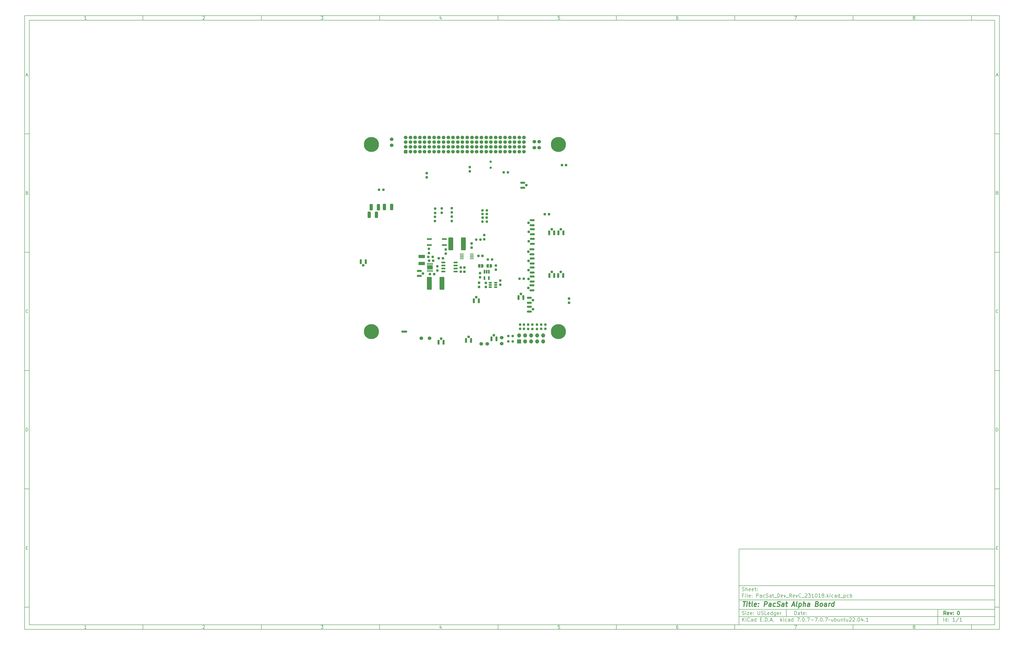
<source format=gbr>
%TF.GenerationSoftware,KiCad,Pcbnew,7.0.7-7.0.7~ubuntu22.04.1*%
%TF.CreationDate,2023-10-23T19:06:16-05:00*%
%TF.ProjectId,PacSat_Dev_RevC_231018,50616353-6174-45f4-9465-765f52657643,0*%
%TF.SameCoordinates,Original*%
%TF.FileFunction,Soldermask,Bot*%
%TF.FilePolarity,Negative*%
%FSLAX46Y46*%
G04 Gerber Fmt 4.6, Leading zero omitted, Abs format (unit mm)*
G04 Created by KiCad (PCBNEW 7.0.7-7.0.7~ubuntu22.04.1) date 2023-10-23 19:06:16*
%MOMM*%
%LPD*%
G01*
G04 APERTURE LIST*
G04 Aperture macros list*
%AMRoundRect*
0 Rectangle with rounded corners*
0 $1 Rounding radius*
0 $2 $3 $4 $5 $6 $7 $8 $9 X,Y pos of 4 corners*
0 Add a 4 corners polygon primitive as box body*
4,1,4,$2,$3,$4,$5,$6,$7,$8,$9,$2,$3,0*
0 Add four circle primitives for the rounded corners*
1,1,$1+$1,$2,$3*
1,1,$1+$1,$4,$5*
1,1,$1+$1,$6,$7*
1,1,$1+$1,$8,$9*
0 Add four rect primitives between the rounded corners*
20,1,$1+$1,$2,$3,$4,$5,0*
20,1,$1+$1,$4,$5,$6,$7,0*
20,1,$1+$1,$6,$7,$8,$9,0*
20,1,$1+$1,$8,$9,$2,$3,0*%
%AMFreePoly0*
4,1,19,0.500000,-0.750000,0.000000,-0.750000,0.000000,-0.744911,-0.071157,-0.744911,-0.207708,-0.704816,-0.327430,-0.627875,-0.420627,-0.520320,-0.479746,-0.390866,-0.500000,-0.250000,-0.500000,0.250000,-0.479746,0.390866,-0.420627,0.520320,-0.327430,0.627875,-0.207708,0.704816,-0.071157,0.744911,0.000000,0.744911,0.000000,0.750000,0.500000,0.750000,0.500000,-0.750000,0.500000,-0.750000,
$1*%
%AMFreePoly1*
4,1,19,0.000000,0.744911,0.071157,0.744911,0.207708,0.704816,0.327430,0.627875,0.420627,0.520320,0.479746,0.390866,0.500000,0.250000,0.500000,-0.250000,0.479746,-0.390866,0.420627,-0.520320,0.327430,-0.627875,0.207708,-0.704816,0.071157,-0.744911,0.000000,-0.744911,0.000000,-0.750000,-0.500000,-0.750000,-0.500000,0.750000,0.000000,0.750000,0.000000,0.744911,0.000000,0.744911,
$1*%
G04 Aperture macros list end*
%ADD10C,0.100000*%
%ADD11C,0.150000*%
%ADD12C,0.300000*%
%ADD13C,0.400000*%
%ADD14C,1.524000*%
%ADD15C,6.350000*%
%ADD16RoundRect,0.290840X-0.471160X-0.471160X0.471160X-0.471160X0.471160X0.471160X-0.471160X0.471160X0*%
%ADD17O,2.540000X0.889000*%
%ADD18C,1.000000*%
%ADD19R,1.700000X1.700000*%
%ADD20O,1.700000X1.700000*%
%ADD21RoundRect,0.237500X-0.250000X-0.237500X0.250000X-0.237500X0.250000X0.237500X-0.250000X0.237500X0*%
%ADD22RoundRect,0.237500X-0.237500X0.250000X-0.237500X-0.250000X0.237500X-0.250000X0.237500X0.250000X0*%
%ADD23RoundRect,0.150000X-0.512500X-0.150000X0.512500X-0.150000X0.512500X0.150000X-0.512500X0.150000X0*%
%ADD24RoundRect,0.254000X0.254000X-0.254000X0.254000X0.254000X-0.254000X0.254000X-0.254000X-0.254000X0*%
%ADD25RoundRect,0.200000X0.200000X-0.800000X0.200000X0.800000X-0.200000X0.800000X-0.200000X-0.800000X0*%
%ADD26RoundRect,0.249999X-0.737501X-2.450001X0.737501X-2.450001X0.737501X2.450001X-0.737501X2.450001X0*%
%ADD27RoundRect,0.150000X0.725000X0.150000X-0.725000X0.150000X-0.725000X-0.150000X0.725000X-0.150000X0*%
%ADD28RoundRect,0.237500X-0.300000X-0.237500X0.300000X-0.237500X0.300000X0.237500X-0.300000X0.237500X0*%
%ADD29RoundRect,0.254000X0.254000X0.254000X-0.254000X0.254000X-0.254000X-0.254000X0.254000X-0.254000X0*%
%ADD30RoundRect,0.200000X0.800000X0.200000X-0.800000X0.200000X-0.800000X-0.200000X0.800000X-0.200000X0*%
%ADD31RoundRect,0.237500X-0.237500X0.300000X-0.237500X-0.300000X0.237500X-0.300000X0.237500X0.300000X0*%
%ADD32RoundRect,0.237500X0.250000X0.237500X-0.250000X0.237500X-0.250000X-0.237500X0.250000X-0.237500X0*%
%ADD33RoundRect,0.237500X0.300000X0.237500X-0.300000X0.237500X-0.300000X-0.237500X0.300000X-0.237500X0*%
%ADD34RoundRect,0.249999X0.737501X2.450001X-0.737501X2.450001X-0.737501X-2.450001X0.737501X-2.450001X0*%
%ADD35FreePoly0,180.000000*%
%ADD36FreePoly1,180.000000*%
%ADD37RoundRect,0.254000X-0.254000X0.254000X-0.254000X-0.254000X0.254000X-0.254000X0.254000X0.254000X0*%
%ADD38RoundRect,0.200000X-0.200000X0.800000X-0.200000X-0.800000X0.200000X-0.800000X0.200000X0.800000X0*%
%ADD39RoundRect,0.237500X0.237500X-0.250000X0.237500X0.250000X-0.237500X0.250000X-0.237500X-0.250000X0*%
%ADD40RoundRect,0.237500X0.237500X-0.300000X0.237500X0.300000X-0.237500X0.300000X-0.237500X-0.300000X0*%
%ADD41RoundRect,0.100000X0.712500X0.100000X-0.712500X0.100000X-0.712500X-0.100000X0.712500X-0.100000X0*%
%ADD42RoundRect,0.254000X-0.254000X-0.254000X0.254000X-0.254000X0.254000X0.254000X-0.254000X0.254000X0*%
%ADD43RoundRect,0.200000X-0.800000X-0.200000X0.800000X-0.200000X0.800000X0.200000X-0.800000X0.200000X0*%
%ADD44RoundRect,0.250001X-1.074999X0.462499X-1.074999X-0.462499X1.074999X-0.462499X1.074999X0.462499X0*%
%ADD45R,0.650000X1.560000*%
%ADD46RoundRect,0.250000X0.400000X1.075000X-0.400000X1.075000X-0.400000X-1.075000X0.400000X-1.075000X0*%
%ADD47R,2.000000X0.640000*%
%ADD48RoundRect,0.250000X-0.400000X-1.075000X0.400000X-1.075000X0.400000X1.075000X-0.400000X1.075000X0*%
%ADD49RoundRect,0.050000X1.175000X-0.790000X1.175000X0.790000X-1.175000X0.790000X-1.175000X-0.790000X0*%
%ADD50RoundRect,0.050000X0.150000X-0.350000X0.150000X0.350000X-0.150000X0.350000X-0.150000X-0.350000X0*%
G04 APERTURE END LIST*
D10*
D11*
X311800000Y-235400000D02*
X419800000Y-235400000D01*
X419800000Y-267400000D01*
X311800000Y-267400000D01*
X311800000Y-235400000D01*
D10*
D11*
X10000000Y-10000000D02*
X421800000Y-10000000D01*
X421800000Y-269400000D01*
X10000000Y-269400000D01*
X10000000Y-10000000D01*
D10*
D11*
X12000000Y-12000000D02*
X419800000Y-12000000D01*
X419800000Y-267400000D01*
X12000000Y-267400000D01*
X12000000Y-12000000D01*
D10*
D11*
X60000000Y-12000000D02*
X60000000Y-10000000D01*
D10*
D11*
X110000000Y-12000000D02*
X110000000Y-10000000D01*
D10*
D11*
X160000000Y-12000000D02*
X160000000Y-10000000D01*
D10*
D11*
X210000000Y-12000000D02*
X210000000Y-10000000D01*
D10*
D11*
X260000000Y-12000000D02*
X260000000Y-10000000D01*
D10*
D11*
X310000000Y-12000000D02*
X310000000Y-10000000D01*
D10*
D11*
X360000000Y-12000000D02*
X360000000Y-10000000D01*
D10*
D11*
X410000000Y-12000000D02*
X410000000Y-10000000D01*
D10*
D11*
X36089160Y-11593604D02*
X35346303Y-11593604D01*
X35717731Y-11593604D02*
X35717731Y-10293604D01*
X35717731Y-10293604D02*
X35593922Y-10479319D01*
X35593922Y-10479319D02*
X35470112Y-10603128D01*
X35470112Y-10603128D02*
X35346303Y-10665033D01*
D10*
D11*
X85346303Y-10417414D02*
X85408207Y-10355509D01*
X85408207Y-10355509D02*
X85532017Y-10293604D01*
X85532017Y-10293604D02*
X85841541Y-10293604D01*
X85841541Y-10293604D02*
X85965350Y-10355509D01*
X85965350Y-10355509D02*
X86027255Y-10417414D01*
X86027255Y-10417414D02*
X86089160Y-10541223D01*
X86089160Y-10541223D02*
X86089160Y-10665033D01*
X86089160Y-10665033D02*
X86027255Y-10850747D01*
X86027255Y-10850747D02*
X85284398Y-11593604D01*
X85284398Y-11593604D02*
X86089160Y-11593604D01*
D10*
D11*
X135284398Y-10293604D02*
X136089160Y-10293604D01*
X136089160Y-10293604D02*
X135655826Y-10788842D01*
X135655826Y-10788842D02*
X135841541Y-10788842D01*
X135841541Y-10788842D02*
X135965350Y-10850747D01*
X135965350Y-10850747D02*
X136027255Y-10912652D01*
X136027255Y-10912652D02*
X136089160Y-11036461D01*
X136089160Y-11036461D02*
X136089160Y-11345985D01*
X136089160Y-11345985D02*
X136027255Y-11469795D01*
X136027255Y-11469795D02*
X135965350Y-11531700D01*
X135965350Y-11531700D02*
X135841541Y-11593604D01*
X135841541Y-11593604D02*
X135470112Y-11593604D01*
X135470112Y-11593604D02*
X135346303Y-11531700D01*
X135346303Y-11531700D02*
X135284398Y-11469795D01*
D10*
D11*
X185965350Y-10726938D02*
X185965350Y-11593604D01*
X185655826Y-10231700D02*
X185346303Y-11160271D01*
X185346303Y-11160271D02*
X186151064Y-11160271D01*
D10*
D11*
X236027255Y-10293604D02*
X235408207Y-10293604D01*
X235408207Y-10293604D02*
X235346303Y-10912652D01*
X235346303Y-10912652D02*
X235408207Y-10850747D01*
X235408207Y-10850747D02*
X235532017Y-10788842D01*
X235532017Y-10788842D02*
X235841541Y-10788842D01*
X235841541Y-10788842D02*
X235965350Y-10850747D01*
X235965350Y-10850747D02*
X236027255Y-10912652D01*
X236027255Y-10912652D02*
X236089160Y-11036461D01*
X236089160Y-11036461D02*
X236089160Y-11345985D01*
X236089160Y-11345985D02*
X236027255Y-11469795D01*
X236027255Y-11469795D02*
X235965350Y-11531700D01*
X235965350Y-11531700D02*
X235841541Y-11593604D01*
X235841541Y-11593604D02*
X235532017Y-11593604D01*
X235532017Y-11593604D02*
X235408207Y-11531700D01*
X235408207Y-11531700D02*
X235346303Y-11469795D01*
D10*
D11*
X285965350Y-10293604D02*
X285717731Y-10293604D01*
X285717731Y-10293604D02*
X285593922Y-10355509D01*
X285593922Y-10355509D02*
X285532017Y-10417414D01*
X285532017Y-10417414D02*
X285408207Y-10603128D01*
X285408207Y-10603128D02*
X285346303Y-10850747D01*
X285346303Y-10850747D02*
X285346303Y-11345985D01*
X285346303Y-11345985D02*
X285408207Y-11469795D01*
X285408207Y-11469795D02*
X285470112Y-11531700D01*
X285470112Y-11531700D02*
X285593922Y-11593604D01*
X285593922Y-11593604D02*
X285841541Y-11593604D01*
X285841541Y-11593604D02*
X285965350Y-11531700D01*
X285965350Y-11531700D02*
X286027255Y-11469795D01*
X286027255Y-11469795D02*
X286089160Y-11345985D01*
X286089160Y-11345985D02*
X286089160Y-11036461D01*
X286089160Y-11036461D02*
X286027255Y-10912652D01*
X286027255Y-10912652D02*
X285965350Y-10850747D01*
X285965350Y-10850747D02*
X285841541Y-10788842D01*
X285841541Y-10788842D02*
X285593922Y-10788842D01*
X285593922Y-10788842D02*
X285470112Y-10850747D01*
X285470112Y-10850747D02*
X285408207Y-10912652D01*
X285408207Y-10912652D02*
X285346303Y-11036461D01*
D10*
D11*
X335284398Y-10293604D02*
X336151064Y-10293604D01*
X336151064Y-10293604D02*
X335593922Y-11593604D01*
D10*
D11*
X385593922Y-10850747D02*
X385470112Y-10788842D01*
X385470112Y-10788842D02*
X385408207Y-10726938D01*
X385408207Y-10726938D02*
X385346303Y-10603128D01*
X385346303Y-10603128D02*
X385346303Y-10541223D01*
X385346303Y-10541223D02*
X385408207Y-10417414D01*
X385408207Y-10417414D02*
X385470112Y-10355509D01*
X385470112Y-10355509D02*
X385593922Y-10293604D01*
X385593922Y-10293604D02*
X385841541Y-10293604D01*
X385841541Y-10293604D02*
X385965350Y-10355509D01*
X385965350Y-10355509D02*
X386027255Y-10417414D01*
X386027255Y-10417414D02*
X386089160Y-10541223D01*
X386089160Y-10541223D02*
X386089160Y-10603128D01*
X386089160Y-10603128D02*
X386027255Y-10726938D01*
X386027255Y-10726938D02*
X385965350Y-10788842D01*
X385965350Y-10788842D02*
X385841541Y-10850747D01*
X385841541Y-10850747D02*
X385593922Y-10850747D01*
X385593922Y-10850747D02*
X385470112Y-10912652D01*
X385470112Y-10912652D02*
X385408207Y-10974557D01*
X385408207Y-10974557D02*
X385346303Y-11098366D01*
X385346303Y-11098366D02*
X385346303Y-11345985D01*
X385346303Y-11345985D02*
X385408207Y-11469795D01*
X385408207Y-11469795D02*
X385470112Y-11531700D01*
X385470112Y-11531700D02*
X385593922Y-11593604D01*
X385593922Y-11593604D02*
X385841541Y-11593604D01*
X385841541Y-11593604D02*
X385965350Y-11531700D01*
X385965350Y-11531700D02*
X386027255Y-11469795D01*
X386027255Y-11469795D02*
X386089160Y-11345985D01*
X386089160Y-11345985D02*
X386089160Y-11098366D01*
X386089160Y-11098366D02*
X386027255Y-10974557D01*
X386027255Y-10974557D02*
X385965350Y-10912652D01*
X385965350Y-10912652D02*
X385841541Y-10850747D01*
D10*
D11*
X60000000Y-267400000D02*
X60000000Y-269400000D01*
D10*
D11*
X110000000Y-267400000D02*
X110000000Y-269400000D01*
D10*
D11*
X160000000Y-267400000D02*
X160000000Y-269400000D01*
D10*
D11*
X210000000Y-267400000D02*
X210000000Y-269400000D01*
D10*
D11*
X260000000Y-267400000D02*
X260000000Y-269400000D01*
D10*
D11*
X310000000Y-267400000D02*
X310000000Y-269400000D01*
D10*
D11*
X360000000Y-267400000D02*
X360000000Y-269400000D01*
D10*
D11*
X410000000Y-267400000D02*
X410000000Y-269400000D01*
D10*
D11*
X36089160Y-268993604D02*
X35346303Y-268993604D01*
X35717731Y-268993604D02*
X35717731Y-267693604D01*
X35717731Y-267693604D02*
X35593922Y-267879319D01*
X35593922Y-267879319D02*
X35470112Y-268003128D01*
X35470112Y-268003128D02*
X35346303Y-268065033D01*
D10*
D11*
X85346303Y-267817414D02*
X85408207Y-267755509D01*
X85408207Y-267755509D02*
X85532017Y-267693604D01*
X85532017Y-267693604D02*
X85841541Y-267693604D01*
X85841541Y-267693604D02*
X85965350Y-267755509D01*
X85965350Y-267755509D02*
X86027255Y-267817414D01*
X86027255Y-267817414D02*
X86089160Y-267941223D01*
X86089160Y-267941223D02*
X86089160Y-268065033D01*
X86089160Y-268065033D02*
X86027255Y-268250747D01*
X86027255Y-268250747D02*
X85284398Y-268993604D01*
X85284398Y-268993604D02*
X86089160Y-268993604D01*
D10*
D11*
X135284398Y-267693604D02*
X136089160Y-267693604D01*
X136089160Y-267693604D02*
X135655826Y-268188842D01*
X135655826Y-268188842D02*
X135841541Y-268188842D01*
X135841541Y-268188842D02*
X135965350Y-268250747D01*
X135965350Y-268250747D02*
X136027255Y-268312652D01*
X136027255Y-268312652D02*
X136089160Y-268436461D01*
X136089160Y-268436461D02*
X136089160Y-268745985D01*
X136089160Y-268745985D02*
X136027255Y-268869795D01*
X136027255Y-268869795D02*
X135965350Y-268931700D01*
X135965350Y-268931700D02*
X135841541Y-268993604D01*
X135841541Y-268993604D02*
X135470112Y-268993604D01*
X135470112Y-268993604D02*
X135346303Y-268931700D01*
X135346303Y-268931700D02*
X135284398Y-268869795D01*
D10*
D11*
X185965350Y-268126938D02*
X185965350Y-268993604D01*
X185655826Y-267631700D02*
X185346303Y-268560271D01*
X185346303Y-268560271D02*
X186151064Y-268560271D01*
D10*
D11*
X236027255Y-267693604D02*
X235408207Y-267693604D01*
X235408207Y-267693604D02*
X235346303Y-268312652D01*
X235346303Y-268312652D02*
X235408207Y-268250747D01*
X235408207Y-268250747D02*
X235532017Y-268188842D01*
X235532017Y-268188842D02*
X235841541Y-268188842D01*
X235841541Y-268188842D02*
X235965350Y-268250747D01*
X235965350Y-268250747D02*
X236027255Y-268312652D01*
X236027255Y-268312652D02*
X236089160Y-268436461D01*
X236089160Y-268436461D02*
X236089160Y-268745985D01*
X236089160Y-268745985D02*
X236027255Y-268869795D01*
X236027255Y-268869795D02*
X235965350Y-268931700D01*
X235965350Y-268931700D02*
X235841541Y-268993604D01*
X235841541Y-268993604D02*
X235532017Y-268993604D01*
X235532017Y-268993604D02*
X235408207Y-268931700D01*
X235408207Y-268931700D02*
X235346303Y-268869795D01*
D10*
D11*
X285965350Y-267693604D02*
X285717731Y-267693604D01*
X285717731Y-267693604D02*
X285593922Y-267755509D01*
X285593922Y-267755509D02*
X285532017Y-267817414D01*
X285532017Y-267817414D02*
X285408207Y-268003128D01*
X285408207Y-268003128D02*
X285346303Y-268250747D01*
X285346303Y-268250747D02*
X285346303Y-268745985D01*
X285346303Y-268745985D02*
X285408207Y-268869795D01*
X285408207Y-268869795D02*
X285470112Y-268931700D01*
X285470112Y-268931700D02*
X285593922Y-268993604D01*
X285593922Y-268993604D02*
X285841541Y-268993604D01*
X285841541Y-268993604D02*
X285965350Y-268931700D01*
X285965350Y-268931700D02*
X286027255Y-268869795D01*
X286027255Y-268869795D02*
X286089160Y-268745985D01*
X286089160Y-268745985D02*
X286089160Y-268436461D01*
X286089160Y-268436461D02*
X286027255Y-268312652D01*
X286027255Y-268312652D02*
X285965350Y-268250747D01*
X285965350Y-268250747D02*
X285841541Y-268188842D01*
X285841541Y-268188842D02*
X285593922Y-268188842D01*
X285593922Y-268188842D02*
X285470112Y-268250747D01*
X285470112Y-268250747D02*
X285408207Y-268312652D01*
X285408207Y-268312652D02*
X285346303Y-268436461D01*
D10*
D11*
X335284398Y-267693604D02*
X336151064Y-267693604D01*
X336151064Y-267693604D02*
X335593922Y-268993604D01*
D10*
D11*
X385593922Y-268250747D02*
X385470112Y-268188842D01*
X385470112Y-268188842D02*
X385408207Y-268126938D01*
X385408207Y-268126938D02*
X385346303Y-268003128D01*
X385346303Y-268003128D02*
X385346303Y-267941223D01*
X385346303Y-267941223D02*
X385408207Y-267817414D01*
X385408207Y-267817414D02*
X385470112Y-267755509D01*
X385470112Y-267755509D02*
X385593922Y-267693604D01*
X385593922Y-267693604D02*
X385841541Y-267693604D01*
X385841541Y-267693604D02*
X385965350Y-267755509D01*
X385965350Y-267755509D02*
X386027255Y-267817414D01*
X386027255Y-267817414D02*
X386089160Y-267941223D01*
X386089160Y-267941223D02*
X386089160Y-268003128D01*
X386089160Y-268003128D02*
X386027255Y-268126938D01*
X386027255Y-268126938D02*
X385965350Y-268188842D01*
X385965350Y-268188842D02*
X385841541Y-268250747D01*
X385841541Y-268250747D02*
X385593922Y-268250747D01*
X385593922Y-268250747D02*
X385470112Y-268312652D01*
X385470112Y-268312652D02*
X385408207Y-268374557D01*
X385408207Y-268374557D02*
X385346303Y-268498366D01*
X385346303Y-268498366D02*
X385346303Y-268745985D01*
X385346303Y-268745985D02*
X385408207Y-268869795D01*
X385408207Y-268869795D02*
X385470112Y-268931700D01*
X385470112Y-268931700D02*
X385593922Y-268993604D01*
X385593922Y-268993604D02*
X385841541Y-268993604D01*
X385841541Y-268993604D02*
X385965350Y-268931700D01*
X385965350Y-268931700D02*
X386027255Y-268869795D01*
X386027255Y-268869795D02*
X386089160Y-268745985D01*
X386089160Y-268745985D02*
X386089160Y-268498366D01*
X386089160Y-268498366D02*
X386027255Y-268374557D01*
X386027255Y-268374557D02*
X385965350Y-268312652D01*
X385965350Y-268312652D02*
X385841541Y-268250747D01*
D10*
D11*
X10000000Y-60000000D02*
X12000000Y-60000000D01*
D10*
D11*
X10000000Y-110000000D02*
X12000000Y-110000000D01*
D10*
D11*
X10000000Y-160000000D02*
X12000000Y-160000000D01*
D10*
D11*
X10000000Y-210000000D02*
X12000000Y-210000000D01*
D10*
D11*
X10000000Y-260000000D02*
X12000000Y-260000000D01*
D10*
D11*
X10690476Y-35222176D02*
X11309523Y-35222176D01*
X10566666Y-35593604D02*
X10999999Y-34293604D01*
X10999999Y-34293604D02*
X11433333Y-35593604D01*
D10*
D11*
X11092857Y-84912652D02*
X11278571Y-84974557D01*
X11278571Y-84974557D02*
X11340476Y-85036461D01*
X11340476Y-85036461D02*
X11402380Y-85160271D01*
X11402380Y-85160271D02*
X11402380Y-85345985D01*
X11402380Y-85345985D02*
X11340476Y-85469795D01*
X11340476Y-85469795D02*
X11278571Y-85531700D01*
X11278571Y-85531700D02*
X11154761Y-85593604D01*
X11154761Y-85593604D02*
X10659523Y-85593604D01*
X10659523Y-85593604D02*
X10659523Y-84293604D01*
X10659523Y-84293604D02*
X11092857Y-84293604D01*
X11092857Y-84293604D02*
X11216666Y-84355509D01*
X11216666Y-84355509D02*
X11278571Y-84417414D01*
X11278571Y-84417414D02*
X11340476Y-84541223D01*
X11340476Y-84541223D02*
X11340476Y-84665033D01*
X11340476Y-84665033D02*
X11278571Y-84788842D01*
X11278571Y-84788842D02*
X11216666Y-84850747D01*
X11216666Y-84850747D02*
X11092857Y-84912652D01*
X11092857Y-84912652D02*
X10659523Y-84912652D01*
D10*
D11*
X11402380Y-135469795D02*
X11340476Y-135531700D01*
X11340476Y-135531700D02*
X11154761Y-135593604D01*
X11154761Y-135593604D02*
X11030952Y-135593604D01*
X11030952Y-135593604D02*
X10845238Y-135531700D01*
X10845238Y-135531700D02*
X10721428Y-135407890D01*
X10721428Y-135407890D02*
X10659523Y-135284080D01*
X10659523Y-135284080D02*
X10597619Y-135036461D01*
X10597619Y-135036461D02*
X10597619Y-134850747D01*
X10597619Y-134850747D02*
X10659523Y-134603128D01*
X10659523Y-134603128D02*
X10721428Y-134479319D01*
X10721428Y-134479319D02*
X10845238Y-134355509D01*
X10845238Y-134355509D02*
X11030952Y-134293604D01*
X11030952Y-134293604D02*
X11154761Y-134293604D01*
X11154761Y-134293604D02*
X11340476Y-134355509D01*
X11340476Y-134355509D02*
X11402380Y-134417414D01*
D10*
D11*
X10659523Y-185593604D02*
X10659523Y-184293604D01*
X10659523Y-184293604D02*
X10969047Y-184293604D01*
X10969047Y-184293604D02*
X11154761Y-184355509D01*
X11154761Y-184355509D02*
X11278571Y-184479319D01*
X11278571Y-184479319D02*
X11340476Y-184603128D01*
X11340476Y-184603128D02*
X11402380Y-184850747D01*
X11402380Y-184850747D02*
X11402380Y-185036461D01*
X11402380Y-185036461D02*
X11340476Y-185284080D01*
X11340476Y-185284080D02*
X11278571Y-185407890D01*
X11278571Y-185407890D02*
X11154761Y-185531700D01*
X11154761Y-185531700D02*
X10969047Y-185593604D01*
X10969047Y-185593604D02*
X10659523Y-185593604D01*
D10*
D11*
X10721428Y-234912652D02*
X11154762Y-234912652D01*
X11340476Y-235593604D02*
X10721428Y-235593604D01*
X10721428Y-235593604D02*
X10721428Y-234293604D01*
X10721428Y-234293604D02*
X11340476Y-234293604D01*
D10*
D11*
X421800000Y-60000000D02*
X419800000Y-60000000D01*
D10*
D11*
X421800000Y-110000000D02*
X419800000Y-110000000D01*
D10*
D11*
X421800000Y-160000000D02*
X419800000Y-160000000D01*
D10*
D11*
X421800000Y-210000000D02*
X419800000Y-210000000D01*
D10*
D11*
X421800000Y-260000000D02*
X419800000Y-260000000D01*
D10*
D11*
X420490476Y-35222176D02*
X421109523Y-35222176D01*
X420366666Y-35593604D02*
X420799999Y-34293604D01*
X420799999Y-34293604D02*
X421233333Y-35593604D01*
D10*
D11*
X420892857Y-84912652D02*
X421078571Y-84974557D01*
X421078571Y-84974557D02*
X421140476Y-85036461D01*
X421140476Y-85036461D02*
X421202380Y-85160271D01*
X421202380Y-85160271D02*
X421202380Y-85345985D01*
X421202380Y-85345985D02*
X421140476Y-85469795D01*
X421140476Y-85469795D02*
X421078571Y-85531700D01*
X421078571Y-85531700D02*
X420954761Y-85593604D01*
X420954761Y-85593604D02*
X420459523Y-85593604D01*
X420459523Y-85593604D02*
X420459523Y-84293604D01*
X420459523Y-84293604D02*
X420892857Y-84293604D01*
X420892857Y-84293604D02*
X421016666Y-84355509D01*
X421016666Y-84355509D02*
X421078571Y-84417414D01*
X421078571Y-84417414D02*
X421140476Y-84541223D01*
X421140476Y-84541223D02*
X421140476Y-84665033D01*
X421140476Y-84665033D02*
X421078571Y-84788842D01*
X421078571Y-84788842D02*
X421016666Y-84850747D01*
X421016666Y-84850747D02*
X420892857Y-84912652D01*
X420892857Y-84912652D02*
X420459523Y-84912652D01*
D10*
D11*
X421202380Y-135469795D02*
X421140476Y-135531700D01*
X421140476Y-135531700D02*
X420954761Y-135593604D01*
X420954761Y-135593604D02*
X420830952Y-135593604D01*
X420830952Y-135593604D02*
X420645238Y-135531700D01*
X420645238Y-135531700D02*
X420521428Y-135407890D01*
X420521428Y-135407890D02*
X420459523Y-135284080D01*
X420459523Y-135284080D02*
X420397619Y-135036461D01*
X420397619Y-135036461D02*
X420397619Y-134850747D01*
X420397619Y-134850747D02*
X420459523Y-134603128D01*
X420459523Y-134603128D02*
X420521428Y-134479319D01*
X420521428Y-134479319D02*
X420645238Y-134355509D01*
X420645238Y-134355509D02*
X420830952Y-134293604D01*
X420830952Y-134293604D02*
X420954761Y-134293604D01*
X420954761Y-134293604D02*
X421140476Y-134355509D01*
X421140476Y-134355509D02*
X421202380Y-134417414D01*
D10*
D11*
X420459523Y-185593604D02*
X420459523Y-184293604D01*
X420459523Y-184293604D02*
X420769047Y-184293604D01*
X420769047Y-184293604D02*
X420954761Y-184355509D01*
X420954761Y-184355509D02*
X421078571Y-184479319D01*
X421078571Y-184479319D02*
X421140476Y-184603128D01*
X421140476Y-184603128D02*
X421202380Y-184850747D01*
X421202380Y-184850747D02*
X421202380Y-185036461D01*
X421202380Y-185036461D02*
X421140476Y-185284080D01*
X421140476Y-185284080D02*
X421078571Y-185407890D01*
X421078571Y-185407890D02*
X420954761Y-185531700D01*
X420954761Y-185531700D02*
X420769047Y-185593604D01*
X420769047Y-185593604D02*
X420459523Y-185593604D01*
D10*
D11*
X420521428Y-234912652D02*
X420954762Y-234912652D01*
X421140476Y-235593604D02*
X420521428Y-235593604D01*
X420521428Y-235593604D02*
X420521428Y-234293604D01*
X420521428Y-234293604D02*
X421140476Y-234293604D01*
D10*
D11*
X335255826Y-263186128D02*
X335255826Y-261686128D01*
X335255826Y-261686128D02*
X335612969Y-261686128D01*
X335612969Y-261686128D02*
X335827255Y-261757557D01*
X335827255Y-261757557D02*
X335970112Y-261900414D01*
X335970112Y-261900414D02*
X336041541Y-262043271D01*
X336041541Y-262043271D02*
X336112969Y-262328985D01*
X336112969Y-262328985D02*
X336112969Y-262543271D01*
X336112969Y-262543271D02*
X336041541Y-262828985D01*
X336041541Y-262828985D02*
X335970112Y-262971842D01*
X335970112Y-262971842D02*
X335827255Y-263114700D01*
X335827255Y-263114700D02*
X335612969Y-263186128D01*
X335612969Y-263186128D02*
X335255826Y-263186128D01*
X337398684Y-263186128D02*
X337398684Y-262400414D01*
X337398684Y-262400414D02*
X337327255Y-262257557D01*
X337327255Y-262257557D02*
X337184398Y-262186128D01*
X337184398Y-262186128D02*
X336898684Y-262186128D01*
X336898684Y-262186128D02*
X336755826Y-262257557D01*
X337398684Y-263114700D02*
X337255826Y-263186128D01*
X337255826Y-263186128D02*
X336898684Y-263186128D01*
X336898684Y-263186128D02*
X336755826Y-263114700D01*
X336755826Y-263114700D02*
X336684398Y-262971842D01*
X336684398Y-262971842D02*
X336684398Y-262828985D01*
X336684398Y-262828985D02*
X336755826Y-262686128D01*
X336755826Y-262686128D02*
X336898684Y-262614700D01*
X336898684Y-262614700D02*
X337255826Y-262614700D01*
X337255826Y-262614700D02*
X337398684Y-262543271D01*
X337898684Y-262186128D02*
X338470112Y-262186128D01*
X338112969Y-261686128D02*
X338112969Y-262971842D01*
X338112969Y-262971842D02*
X338184398Y-263114700D01*
X338184398Y-263114700D02*
X338327255Y-263186128D01*
X338327255Y-263186128D02*
X338470112Y-263186128D01*
X339541541Y-263114700D02*
X339398684Y-263186128D01*
X339398684Y-263186128D02*
X339112970Y-263186128D01*
X339112970Y-263186128D02*
X338970112Y-263114700D01*
X338970112Y-263114700D02*
X338898684Y-262971842D01*
X338898684Y-262971842D02*
X338898684Y-262400414D01*
X338898684Y-262400414D02*
X338970112Y-262257557D01*
X338970112Y-262257557D02*
X339112970Y-262186128D01*
X339112970Y-262186128D02*
X339398684Y-262186128D01*
X339398684Y-262186128D02*
X339541541Y-262257557D01*
X339541541Y-262257557D02*
X339612970Y-262400414D01*
X339612970Y-262400414D02*
X339612970Y-262543271D01*
X339612970Y-262543271D02*
X338898684Y-262686128D01*
X340255826Y-263043271D02*
X340327255Y-263114700D01*
X340327255Y-263114700D02*
X340255826Y-263186128D01*
X340255826Y-263186128D02*
X340184398Y-263114700D01*
X340184398Y-263114700D02*
X340255826Y-263043271D01*
X340255826Y-263043271D02*
X340255826Y-263186128D01*
X340255826Y-262257557D02*
X340327255Y-262328985D01*
X340327255Y-262328985D02*
X340255826Y-262400414D01*
X340255826Y-262400414D02*
X340184398Y-262328985D01*
X340184398Y-262328985D02*
X340255826Y-262257557D01*
X340255826Y-262257557D02*
X340255826Y-262400414D01*
D10*
D11*
X311800000Y-263900000D02*
X419800000Y-263900000D01*
D10*
D11*
X313255826Y-265986128D02*
X313255826Y-264486128D01*
X314112969Y-265986128D02*
X313470112Y-265128985D01*
X314112969Y-264486128D02*
X313255826Y-265343271D01*
X314755826Y-265986128D02*
X314755826Y-264986128D01*
X314755826Y-264486128D02*
X314684398Y-264557557D01*
X314684398Y-264557557D02*
X314755826Y-264628985D01*
X314755826Y-264628985D02*
X314827255Y-264557557D01*
X314827255Y-264557557D02*
X314755826Y-264486128D01*
X314755826Y-264486128D02*
X314755826Y-264628985D01*
X316327255Y-265843271D02*
X316255827Y-265914700D01*
X316255827Y-265914700D02*
X316041541Y-265986128D01*
X316041541Y-265986128D02*
X315898684Y-265986128D01*
X315898684Y-265986128D02*
X315684398Y-265914700D01*
X315684398Y-265914700D02*
X315541541Y-265771842D01*
X315541541Y-265771842D02*
X315470112Y-265628985D01*
X315470112Y-265628985D02*
X315398684Y-265343271D01*
X315398684Y-265343271D02*
X315398684Y-265128985D01*
X315398684Y-265128985D02*
X315470112Y-264843271D01*
X315470112Y-264843271D02*
X315541541Y-264700414D01*
X315541541Y-264700414D02*
X315684398Y-264557557D01*
X315684398Y-264557557D02*
X315898684Y-264486128D01*
X315898684Y-264486128D02*
X316041541Y-264486128D01*
X316041541Y-264486128D02*
X316255827Y-264557557D01*
X316255827Y-264557557D02*
X316327255Y-264628985D01*
X317612970Y-265986128D02*
X317612970Y-265200414D01*
X317612970Y-265200414D02*
X317541541Y-265057557D01*
X317541541Y-265057557D02*
X317398684Y-264986128D01*
X317398684Y-264986128D02*
X317112970Y-264986128D01*
X317112970Y-264986128D02*
X316970112Y-265057557D01*
X317612970Y-265914700D02*
X317470112Y-265986128D01*
X317470112Y-265986128D02*
X317112970Y-265986128D01*
X317112970Y-265986128D02*
X316970112Y-265914700D01*
X316970112Y-265914700D02*
X316898684Y-265771842D01*
X316898684Y-265771842D02*
X316898684Y-265628985D01*
X316898684Y-265628985D02*
X316970112Y-265486128D01*
X316970112Y-265486128D02*
X317112970Y-265414700D01*
X317112970Y-265414700D02*
X317470112Y-265414700D01*
X317470112Y-265414700D02*
X317612970Y-265343271D01*
X318970113Y-265986128D02*
X318970113Y-264486128D01*
X318970113Y-265914700D02*
X318827255Y-265986128D01*
X318827255Y-265986128D02*
X318541541Y-265986128D01*
X318541541Y-265986128D02*
X318398684Y-265914700D01*
X318398684Y-265914700D02*
X318327255Y-265843271D01*
X318327255Y-265843271D02*
X318255827Y-265700414D01*
X318255827Y-265700414D02*
X318255827Y-265271842D01*
X318255827Y-265271842D02*
X318327255Y-265128985D01*
X318327255Y-265128985D02*
X318398684Y-265057557D01*
X318398684Y-265057557D02*
X318541541Y-264986128D01*
X318541541Y-264986128D02*
X318827255Y-264986128D01*
X318827255Y-264986128D02*
X318970113Y-265057557D01*
X320827255Y-265200414D02*
X321327255Y-265200414D01*
X321541541Y-265986128D02*
X320827255Y-265986128D01*
X320827255Y-265986128D02*
X320827255Y-264486128D01*
X320827255Y-264486128D02*
X321541541Y-264486128D01*
X322184398Y-265843271D02*
X322255827Y-265914700D01*
X322255827Y-265914700D02*
X322184398Y-265986128D01*
X322184398Y-265986128D02*
X322112970Y-265914700D01*
X322112970Y-265914700D02*
X322184398Y-265843271D01*
X322184398Y-265843271D02*
X322184398Y-265986128D01*
X322898684Y-265986128D02*
X322898684Y-264486128D01*
X322898684Y-264486128D02*
X323255827Y-264486128D01*
X323255827Y-264486128D02*
X323470113Y-264557557D01*
X323470113Y-264557557D02*
X323612970Y-264700414D01*
X323612970Y-264700414D02*
X323684399Y-264843271D01*
X323684399Y-264843271D02*
X323755827Y-265128985D01*
X323755827Y-265128985D02*
X323755827Y-265343271D01*
X323755827Y-265343271D02*
X323684399Y-265628985D01*
X323684399Y-265628985D02*
X323612970Y-265771842D01*
X323612970Y-265771842D02*
X323470113Y-265914700D01*
X323470113Y-265914700D02*
X323255827Y-265986128D01*
X323255827Y-265986128D02*
X322898684Y-265986128D01*
X324398684Y-265843271D02*
X324470113Y-265914700D01*
X324470113Y-265914700D02*
X324398684Y-265986128D01*
X324398684Y-265986128D02*
X324327256Y-265914700D01*
X324327256Y-265914700D02*
X324398684Y-265843271D01*
X324398684Y-265843271D02*
X324398684Y-265986128D01*
X325041542Y-265557557D02*
X325755828Y-265557557D01*
X324898685Y-265986128D02*
X325398685Y-264486128D01*
X325398685Y-264486128D02*
X325898685Y-265986128D01*
X326398684Y-265843271D02*
X326470113Y-265914700D01*
X326470113Y-265914700D02*
X326398684Y-265986128D01*
X326398684Y-265986128D02*
X326327256Y-265914700D01*
X326327256Y-265914700D02*
X326398684Y-265843271D01*
X326398684Y-265843271D02*
X326398684Y-265986128D01*
X329398684Y-265986128D02*
X329398684Y-264486128D01*
X329541542Y-265414700D02*
X329970113Y-265986128D01*
X329970113Y-264986128D02*
X329398684Y-265557557D01*
X330612970Y-265986128D02*
X330612970Y-264986128D01*
X330612970Y-264486128D02*
X330541542Y-264557557D01*
X330541542Y-264557557D02*
X330612970Y-264628985D01*
X330612970Y-264628985D02*
X330684399Y-264557557D01*
X330684399Y-264557557D02*
X330612970Y-264486128D01*
X330612970Y-264486128D02*
X330612970Y-264628985D01*
X331970114Y-265914700D02*
X331827256Y-265986128D01*
X331827256Y-265986128D02*
X331541542Y-265986128D01*
X331541542Y-265986128D02*
X331398685Y-265914700D01*
X331398685Y-265914700D02*
X331327256Y-265843271D01*
X331327256Y-265843271D02*
X331255828Y-265700414D01*
X331255828Y-265700414D02*
X331255828Y-265271842D01*
X331255828Y-265271842D02*
X331327256Y-265128985D01*
X331327256Y-265128985D02*
X331398685Y-265057557D01*
X331398685Y-265057557D02*
X331541542Y-264986128D01*
X331541542Y-264986128D02*
X331827256Y-264986128D01*
X331827256Y-264986128D02*
X331970114Y-265057557D01*
X333255828Y-265986128D02*
X333255828Y-265200414D01*
X333255828Y-265200414D02*
X333184399Y-265057557D01*
X333184399Y-265057557D02*
X333041542Y-264986128D01*
X333041542Y-264986128D02*
X332755828Y-264986128D01*
X332755828Y-264986128D02*
X332612970Y-265057557D01*
X333255828Y-265914700D02*
X333112970Y-265986128D01*
X333112970Y-265986128D02*
X332755828Y-265986128D01*
X332755828Y-265986128D02*
X332612970Y-265914700D01*
X332612970Y-265914700D02*
X332541542Y-265771842D01*
X332541542Y-265771842D02*
X332541542Y-265628985D01*
X332541542Y-265628985D02*
X332612970Y-265486128D01*
X332612970Y-265486128D02*
X332755828Y-265414700D01*
X332755828Y-265414700D02*
X333112970Y-265414700D01*
X333112970Y-265414700D02*
X333255828Y-265343271D01*
X334612971Y-265986128D02*
X334612971Y-264486128D01*
X334612971Y-265914700D02*
X334470113Y-265986128D01*
X334470113Y-265986128D02*
X334184399Y-265986128D01*
X334184399Y-265986128D02*
X334041542Y-265914700D01*
X334041542Y-265914700D02*
X333970113Y-265843271D01*
X333970113Y-265843271D02*
X333898685Y-265700414D01*
X333898685Y-265700414D02*
X333898685Y-265271842D01*
X333898685Y-265271842D02*
X333970113Y-265128985D01*
X333970113Y-265128985D02*
X334041542Y-265057557D01*
X334041542Y-265057557D02*
X334184399Y-264986128D01*
X334184399Y-264986128D02*
X334470113Y-264986128D01*
X334470113Y-264986128D02*
X334612971Y-265057557D01*
X336327256Y-264486128D02*
X337327256Y-264486128D01*
X337327256Y-264486128D02*
X336684399Y-265986128D01*
X337898684Y-265843271D02*
X337970113Y-265914700D01*
X337970113Y-265914700D02*
X337898684Y-265986128D01*
X337898684Y-265986128D02*
X337827256Y-265914700D01*
X337827256Y-265914700D02*
X337898684Y-265843271D01*
X337898684Y-265843271D02*
X337898684Y-265986128D01*
X338898685Y-264486128D02*
X339041542Y-264486128D01*
X339041542Y-264486128D02*
X339184399Y-264557557D01*
X339184399Y-264557557D02*
X339255828Y-264628985D01*
X339255828Y-264628985D02*
X339327256Y-264771842D01*
X339327256Y-264771842D02*
X339398685Y-265057557D01*
X339398685Y-265057557D02*
X339398685Y-265414700D01*
X339398685Y-265414700D02*
X339327256Y-265700414D01*
X339327256Y-265700414D02*
X339255828Y-265843271D01*
X339255828Y-265843271D02*
X339184399Y-265914700D01*
X339184399Y-265914700D02*
X339041542Y-265986128D01*
X339041542Y-265986128D02*
X338898685Y-265986128D01*
X338898685Y-265986128D02*
X338755828Y-265914700D01*
X338755828Y-265914700D02*
X338684399Y-265843271D01*
X338684399Y-265843271D02*
X338612970Y-265700414D01*
X338612970Y-265700414D02*
X338541542Y-265414700D01*
X338541542Y-265414700D02*
X338541542Y-265057557D01*
X338541542Y-265057557D02*
X338612970Y-264771842D01*
X338612970Y-264771842D02*
X338684399Y-264628985D01*
X338684399Y-264628985D02*
X338755828Y-264557557D01*
X338755828Y-264557557D02*
X338898685Y-264486128D01*
X340041541Y-265843271D02*
X340112970Y-265914700D01*
X340112970Y-265914700D02*
X340041541Y-265986128D01*
X340041541Y-265986128D02*
X339970113Y-265914700D01*
X339970113Y-265914700D02*
X340041541Y-265843271D01*
X340041541Y-265843271D02*
X340041541Y-265986128D01*
X340612970Y-264486128D02*
X341612970Y-264486128D01*
X341612970Y-264486128D02*
X340970113Y-265986128D01*
X342184398Y-265414700D02*
X343327256Y-265414700D01*
X343898684Y-264486128D02*
X344898684Y-264486128D01*
X344898684Y-264486128D02*
X344255827Y-265986128D01*
X345470112Y-265843271D02*
X345541541Y-265914700D01*
X345541541Y-265914700D02*
X345470112Y-265986128D01*
X345470112Y-265986128D02*
X345398684Y-265914700D01*
X345398684Y-265914700D02*
X345470112Y-265843271D01*
X345470112Y-265843271D02*
X345470112Y-265986128D01*
X346470113Y-264486128D02*
X346612970Y-264486128D01*
X346612970Y-264486128D02*
X346755827Y-264557557D01*
X346755827Y-264557557D02*
X346827256Y-264628985D01*
X346827256Y-264628985D02*
X346898684Y-264771842D01*
X346898684Y-264771842D02*
X346970113Y-265057557D01*
X346970113Y-265057557D02*
X346970113Y-265414700D01*
X346970113Y-265414700D02*
X346898684Y-265700414D01*
X346898684Y-265700414D02*
X346827256Y-265843271D01*
X346827256Y-265843271D02*
X346755827Y-265914700D01*
X346755827Y-265914700D02*
X346612970Y-265986128D01*
X346612970Y-265986128D02*
X346470113Y-265986128D01*
X346470113Y-265986128D02*
X346327256Y-265914700D01*
X346327256Y-265914700D02*
X346255827Y-265843271D01*
X346255827Y-265843271D02*
X346184398Y-265700414D01*
X346184398Y-265700414D02*
X346112970Y-265414700D01*
X346112970Y-265414700D02*
X346112970Y-265057557D01*
X346112970Y-265057557D02*
X346184398Y-264771842D01*
X346184398Y-264771842D02*
X346255827Y-264628985D01*
X346255827Y-264628985D02*
X346327256Y-264557557D01*
X346327256Y-264557557D02*
X346470113Y-264486128D01*
X347612969Y-265843271D02*
X347684398Y-265914700D01*
X347684398Y-265914700D02*
X347612969Y-265986128D01*
X347612969Y-265986128D02*
X347541541Y-265914700D01*
X347541541Y-265914700D02*
X347612969Y-265843271D01*
X347612969Y-265843271D02*
X347612969Y-265986128D01*
X348184398Y-264486128D02*
X349184398Y-264486128D01*
X349184398Y-264486128D02*
X348541541Y-265986128D01*
X349541541Y-265414700D02*
X349612969Y-265343271D01*
X349612969Y-265343271D02*
X349755826Y-265271842D01*
X349755826Y-265271842D02*
X350041541Y-265414700D01*
X350041541Y-265414700D02*
X350184398Y-265343271D01*
X350184398Y-265343271D02*
X350255826Y-265271842D01*
X351470113Y-264986128D02*
X351470113Y-265986128D01*
X350827255Y-264986128D02*
X350827255Y-265771842D01*
X350827255Y-265771842D02*
X350898684Y-265914700D01*
X350898684Y-265914700D02*
X351041541Y-265986128D01*
X351041541Y-265986128D02*
X351255827Y-265986128D01*
X351255827Y-265986128D02*
X351398684Y-265914700D01*
X351398684Y-265914700D02*
X351470113Y-265843271D01*
X352184398Y-265986128D02*
X352184398Y-264486128D01*
X352184398Y-265057557D02*
X352327256Y-264986128D01*
X352327256Y-264986128D02*
X352612970Y-264986128D01*
X352612970Y-264986128D02*
X352755827Y-265057557D01*
X352755827Y-265057557D02*
X352827256Y-265128985D01*
X352827256Y-265128985D02*
X352898684Y-265271842D01*
X352898684Y-265271842D02*
X352898684Y-265700414D01*
X352898684Y-265700414D02*
X352827256Y-265843271D01*
X352827256Y-265843271D02*
X352755827Y-265914700D01*
X352755827Y-265914700D02*
X352612970Y-265986128D01*
X352612970Y-265986128D02*
X352327256Y-265986128D01*
X352327256Y-265986128D02*
X352184398Y-265914700D01*
X354184399Y-264986128D02*
X354184399Y-265986128D01*
X353541541Y-264986128D02*
X353541541Y-265771842D01*
X353541541Y-265771842D02*
X353612970Y-265914700D01*
X353612970Y-265914700D02*
X353755827Y-265986128D01*
X353755827Y-265986128D02*
X353970113Y-265986128D01*
X353970113Y-265986128D02*
X354112970Y-265914700D01*
X354112970Y-265914700D02*
X354184399Y-265843271D01*
X354898684Y-264986128D02*
X354898684Y-265986128D01*
X354898684Y-265128985D02*
X354970113Y-265057557D01*
X354970113Y-265057557D02*
X355112970Y-264986128D01*
X355112970Y-264986128D02*
X355327256Y-264986128D01*
X355327256Y-264986128D02*
X355470113Y-265057557D01*
X355470113Y-265057557D02*
X355541542Y-265200414D01*
X355541542Y-265200414D02*
X355541542Y-265986128D01*
X356041542Y-264986128D02*
X356612970Y-264986128D01*
X356255827Y-264486128D02*
X356255827Y-265771842D01*
X356255827Y-265771842D02*
X356327256Y-265914700D01*
X356327256Y-265914700D02*
X356470113Y-265986128D01*
X356470113Y-265986128D02*
X356612970Y-265986128D01*
X357755828Y-264986128D02*
X357755828Y-265986128D01*
X357112970Y-264986128D02*
X357112970Y-265771842D01*
X357112970Y-265771842D02*
X357184399Y-265914700D01*
X357184399Y-265914700D02*
X357327256Y-265986128D01*
X357327256Y-265986128D02*
X357541542Y-265986128D01*
X357541542Y-265986128D02*
X357684399Y-265914700D01*
X357684399Y-265914700D02*
X357755828Y-265843271D01*
X358398685Y-264628985D02*
X358470113Y-264557557D01*
X358470113Y-264557557D02*
X358612971Y-264486128D01*
X358612971Y-264486128D02*
X358970113Y-264486128D01*
X358970113Y-264486128D02*
X359112971Y-264557557D01*
X359112971Y-264557557D02*
X359184399Y-264628985D01*
X359184399Y-264628985D02*
X359255828Y-264771842D01*
X359255828Y-264771842D02*
X359255828Y-264914700D01*
X359255828Y-264914700D02*
X359184399Y-265128985D01*
X359184399Y-265128985D02*
X358327256Y-265986128D01*
X358327256Y-265986128D02*
X359255828Y-265986128D01*
X359827256Y-264628985D02*
X359898684Y-264557557D01*
X359898684Y-264557557D02*
X360041542Y-264486128D01*
X360041542Y-264486128D02*
X360398684Y-264486128D01*
X360398684Y-264486128D02*
X360541542Y-264557557D01*
X360541542Y-264557557D02*
X360612970Y-264628985D01*
X360612970Y-264628985D02*
X360684399Y-264771842D01*
X360684399Y-264771842D02*
X360684399Y-264914700D01*
X360684399Y-264914700D02*
X360612970Y-265128985D01*
X360612970Y-265128985D02*
X359755827Y-265986128D01*
X359755827Y-265986128D02*
X360684399Y-265986128D01*
X361327255Y-265843271D02*
X361398684Y-265914700D01*
X361398684Y-265914700D02*
X361327255Y-265986128D01*
X361327255Y-265986128D02*
X361255827Y-265914700D01*
X361255827Y-265914700D02*
X361327255Y-265843271D01*
X361327255Y-265843271D02*
X361327255Y-265986128D01*
X362327256Y-264486128D02*
X362470113Y-264486128D01*
X362470113Y-264486128D02*
X362612970Y-264557557D01*
X362612970Y-264557557D02*
X362684399Y-264628985D01*
X362684399Y-264628985D02*
X362755827Y-264771842D01*
X362755827Y-264771842D02*
X362827256Y-265057557D01*
X362827256Y-265057557D02*
X362827256Y-265414700D01*
X362827256Y-265414700D02*
X362755827Y-265700414D01*
X362755827Y-265700414D02*
X362684399Y-265843271D01*
X362684399Y-265843271D02*
X362612970Y-265914700D01*
X362612970Y-265914700D02*
X362470113Y-265986128D01*
X362470113Y-265986128D02*
X362327256Y-265986128D01*
X362327256Y-265986128D02*
X362184399Y-265914700D01*
X362184399Y-265914700D02*
X362112970Y-265843271D01*
X362112970Y-265843271D02*
X362041541Y-265700414D01*
X362041541Y-265700414D02*
X361970113Y-265414700D01*
X361970113Y-265414700D02*
X361970113Y-265057557D01*
X361970113Y-265057557D02*
X362041541Y-264771842D01*
X362041541Y-264771842D02*
X362112970Y-264628985D01*
X362112970Y-264628985D02*
X362184399Y-264557557D01*
X362184399Y-264557557D02*
X362327256Y-264486128D01*
X364112970Y-264986128D02*
X364112970Y-265986128D01*
X363755827Y-264414700D02*
X363398684Y-265486128D01*
X363398684Y-265486128D02*
X364327255Y-265486128D01*
X364898683Y-265843271D02*
X364970112Y-265914700D01*
X364970112Y-265914700D02*
X364898683Y-265986128D01*
X364898683Y-265986128D02*
X364827255Y-265914700D01*
X364827255Y-265914700D02*
X364898683Y-265843271D01*
X364898683Y-265843271D02*
X364898683Y-265986128D01*
X366398684Y-265986128D02*
X365541541Y-265986128D01*
X365970112Y-265986128D02*
X365970112Y-264486128D01*
X365970112Y-264486128D02*
X365827255Y-264700414D01*
X365827255Y-264700414D02*
X365684398Y-264843271D01*
X365684398Y-264843271D02*
X365541541Y-264914700D01*
D10*
D11*
X311800000Y-260900000D02*
X419800000Y-260900000D01*
D10*
D12*
X399211653Y-263178328D02*
X398711653Y-262464042D01*
X398354510Y-263178328D02*
X398354510Y-261678328D01*
X398354510Y-261678328D02*
X398925939Y-261678328D01*
X398925939Y-261678328D02*
X399068796Y-261749757D01*
X399068796Y-261749757D02*
X399140225Y-261821185D01*
X399140225Y-261821185D02*
X399211653Y-261964042D01*
X399211653Y-261964042D02*
X399211653Y-262178328D01*
X399211653Y-262178328D02*
X399140225Y-262321185D01*
X399140225Y-262321185D02*
X399068796Y-262392614D01*
X399068796Y-262392614D02*
X398925939Y-262464042D01*
X398925939Y-262464042D02*
X398354510Y-262464042D01*
X400425939Y-263106900D02*
X400283082Y-263178328D01*
X400283082Y-263178328D02*
X399997368Y-263178328D01*
X399997368Y-263178328D02*
X399854510Y-263106900D01*
X399854510Y-263106900D02*
X399783082Y-262964042D01*
X399783082Y-262964042D02*
X399783082Y-262392614D01*
X399783082Y-262392614D02*
X399854510Y-262249757D01*
X399854510Y-262249757D02*
X399997368Y-262178328D01*
X399997368Y-262178328D02*
X400283082Y-262178328D01*
X400283082Y-262178328D02*
X400425939Y-262249757D01*
X400425939Y-262249757D02*
X400497368Y-262392614D01*
X400497368Y-262392614D02*
X400497368Y-262535471D01*
X400497368Y-262535471D02*
X399783082Y-262678328D01*
X400997367Y-262178328D02*
X401354510Y-263178328D01*
X401354510Y-263178328D02*
X401711653Y-262178328D01*
X402283081Y-263035471D02*
X402354510Y-263106900D01*
X402354510Y-263106900D02*
X402283081Y-263178328D01*
X402283081Y-263178328D02*
X402211653Y-263106900D01*
X402211653Y-263106900D02*
X402283081Y-263035471D01*
X402283081Y-263035471D02*
X402283081Y-263178328D01*
X402283081Y-262249757D02*
X402354510Y-262321185D01*
X402354510Y-262321185D02*
X402283081Y-262392614D01*
X402283081Y-262392614D02*
X402211653Y-262321185D01*
X402211653Y-262321185D02*
X402283081Y-262249757D01*
X402283081Y-262249757D02*
X402283081Y-262392614D01*
X404425939Y-261678328D02*
X404568796Y-261678328D01*
X404568796Y-261678328D02*
X404711653Y-261749757D01*
X404711653Y-261749757D02*
X404783082Y-261821185D01*
X404783082Y-261821185D02*
X404854510Y-261964042D01*
X404854510Y-261964042D02*
X404925939Y-262249757D01*
X404925939Y-262249757D02*
X404925939Y-262606900D01*
X404925939Y-262606900D02*
X404854510Y-262892614D01*
X404854510Y-262892614D02*
X404783082Y-263035471D01*
X404783082Y-263035471D02*
X404711653Y-263106900D01*
X404711653Y-263106900D02*
X404568796Y-263178328D01*
X404568796Y-263178328D02*
X404425939Y-263178328D01*
X404425939Y-263178328D02*
X404283082Y-263106900D01*
X404283082Y-263106900D02*
X404211653Y-263035471D01*
X404211653Y-263035471D02*
X404140224Y-262892614D01*
X404140224Y-262892614D02*
X404068796Y-262606900D01*
X404068796Y-262606900D02*
X404068796Y-262249757D01*
X404068796Y-262249757D02*
X404140224Y-261964042D01*
X404140224Y-261964042D02*
X404211653Y-261821185D01*
X404211653Y-261821185D02*
X404283082Y-261749757D01*
X404283082Y-261749757D02*
X404425939Y-261678328D01*
D10*
D11*
X313184398Y-263114700D02*
X313398684Y-263186128D01*
X313398684Y-263186128D02*
X313755826Y-263186128D01*
X313755826Y-263186128D02*
X313898684Y-263114700D01*
X313898684Y-263114700D02*
X313970112Y-263043271D01*
X313970112Y-263043271D02*
X314041541Y-262900414D01*
X314041541Y-262900414D02*
X314041541Y-262757557D01*
X314041541Y-262757557D02*
X313970112Y-262614700D01*
X313970112Y-262614700D02*
X313898684Y-262543271D01*
X313898684Y-262543271D02*
X313755826Y-262471842D01*
X313755826Y-262471842D02*
X313470112Y-262400414D01*
X313470112Y-262400414D02*
X313327255Y-262328985D01*
X313327255Y-262328985D02*
X313255826Y-262257557D01*
X313255826Y-262257557D02*
X313184398Y-262114700D01*
X313184398Y-262114700D02*
X313184398Y-261971842D01*
X313184398Y-261971842D02*
X313255826Y-261828985D01*
X313255826Y-261828985D02*
X313327255Y-261757557D01*
X313327255Y-261757557D02*
X313470112Y-261686128D01*
X313470112Y-261686128D02*
X313827255Y-261686128D01*
X313827255Y-261686128D02*
X314041541Y-261757557D01*
X314684397Y-263186128D02*
X314684397Y-262186128D01*
X314684397Y-261686128D02*
X314612969Y-261757557D01*
X314612969Y-261757557D02*
X314684397Y-261828985D01*
X314684397Y-261828985D02*
X314755826Y-261757557D01*
X314755826Y-261757557D02*
X314684397Y-261686128D01*
X314684397Y-261686128D02*
X314684397Y-261828985D01*
X315255826Y-262186128D02*
X316041541Y-262186128D01*
X316041541Y-262186128D02*
X315255826Y-263186128D01*
X315255826Y-263186128D02*
X316041541Y-263186128D01*
X317184398Y-263114700D02*
X317041541Y-263186128D01*
X317041541Y-263186128D02*
X316755827Y-263186128D01*
X316755827Y-263186128D02*
X316612969Y-263114700D01*
X316612969Y-263114700D02*
X316541541Y-262971842D01*
X316541541Y-262971842D02*
X316541541Y-262400414D01*
X316541541Y-262400414D02*
X316612969Y-262257557D01*
X316612969Y-262257557D02*
X316755827Y-262186128D01*
X316755827Y-262186128D02*
X317041541Y-262186128D01*
X317041541Y-262186128D02*
X317184398Y-262257557D01*
X317184398Y-262257557D02*
X317255827Y-262400414D01*
X317255827Y-262400414D02*
X317255827Y-262543271D01*
X317255827Y-262543271D02*
X316541541Y-262686128D01*
X317898683Y-263043271D02*
X317970112Y-263114700D01*
X317970112Y-263114700D02*
X317898683Y-263186128D01*
X317898683Y-263186128D02*
X317827255Y-263114700D01*
X317827255Y-263114700D02*
X317898683Y-263043271D01*
X317898683Y-263043271D02*
X317898683Y-263186128D01*
X317898683Y-262257557D02*
X317970112Y-262328985D01*
X317970112Y-262328985D02*
X317898683Y-262400414D01*
X317898683Y-262400414D02*
X317827255Y-262328985D01*
X317827255Y-262328985D02*
X317898683Y-262257557D01*
X317898683Y-262257557D02*
X317898683Y-262400414D01*
X319755826Y-261686128D02*
X319755826Y-262900414D01*
X319755826Y-262900414D02*
X319827255Y-263043271D01*
X319827255Y-263043271D02*
X319898684Y-263114700D01*
X319898684Y-263114700D02*
X320041541Y-263186128D01*
X320041541Y-263186128D02*
X320327255Y-263186128D01*
X320327255Y-263186128D02*
X320470112Y-263114700D01*
X320470112Y-263114700D02*
X320541541Y-263043271D01*
X320541541Y-263043271D02*
X320612969Y-262900414D01*
X320612969Y-262900414D02*
X320612969Y-261686128D01*
X321255827Y-263114700D02*
X321470113Y-263186128D01*
X321470113Y-263186128D02*
X321827255Y-263186128D01*
X321827255Y-263186128D02*
X321970113Y-263114700D01*
X321970113Y-263114700D02*
X322041541Y-263043271D01*
X322041541Y-263043271D02*
X322112970Y-262900414D01*
X322112970Y-262900414D02*
X322112970Y-262757557D01*
X322112970Y-262757557D02*
X322041541Y-262614700D01*
X322041541Y-262614700D02*
X321970113Y-262543271D01*
X321970113Y-262543271D02*
X321827255Y-262471842D01*
X321827255Y-262471842D02*
X321541541Y-262400414D01*
X321541541Y-262400414D02*
X321398684Y-262328985D01*
X321398684Y-262328985D02*
X321327255Y-262257557D01*
X321327255Y-262257557D02*
X321255827Y-262114700D01*
X321255827Y-262114700D02*
X321255827Y-261971842D01*
X321255827Y-261971842D02*
X321327255Y-261828985D01*
X321327255Y-261828985D02*
X321398684Y-261757557D01*
X321398684Y-261757557D02*
X321541541Y-261686128D01*
X321541541Y-261686128D02*
X321898684Y-261686128D01*
X321898684Y-261686128D02*
X322112970Y-261757557D01*
X323470112Y-263186128D02*
X322755826Y-263186128D01*
X322755826Y-263186128D02*
X322755826Y-261686128D01*
X324541541Y-263114700D02*
X324398684Y-263186128D01*
X324398684Y-263186128D02*
X324112970Y-263186128D01*
X324112970Y-263186128D02*
X323970112Y-263114700D01*
X323970112Y-263114700D02*
X323898684Y-262971842D01*
X323898684Y-262971842D02*
X323898684Y-262400414D01*
X323898684Y-262400414D02*
X323970112Y-262257557D01*
X323970112Y-262257557D02*
X324112970Y-262186128D01*
X324112970Y-262186128D02*
X324398684Y-262186128D01*
X324398684Y-262186128D02*
X324541541Y-262257557D01*
X324541541Y-262257557D02*
X324612970Y-262400414D01*
X324612970Y-262400414D02*
X324612970Y-262543271D01*
X324612970Y-262543271D02*
X323898684Y-262686128D01*
X325898684Y-263186128D02*
X325898684Y-261686128D01*
X325898684Y-263114700D02*
X325755826Y-263186128D01*
X325755826Y-263186128D02*
X325470112Y-263186128D01*
X325470112Y-263186128D02*
X325327255Y-263114700D01*
X325327255Y-263114700D02*
X325255826Y-263043271D01*
X325255826Y-263043271D02*
X325184398Y-262900414D01*
X325184398Y-262900414D02*
X325184398Y-262471842D01*
X325184398Y-262471842D02*
X325255826Y-262328985D01*
X325255826Y-262328985D02*
X325327255Y-262257557D01*
X325327255Y-262257557D02*
X325470112Y-262186128D01*
X325470112Y-262186128D02*
X325755826Y-262186128D01*
X325755826Y-262186128D02*
X325898684Y-262257557D01*
X327255827Y-262186128D02*
X327255827Y-263400414D01*
X327255827Y-263400414D02*
X327184398Y-263543271D01*
X327184398Y-263543271D02*
X327112969Y-263614700D01*
X327112969Y-263614700D02*
X326970112Y-263686128D01*
X326970112Y-263686128D02*
X326755827Y-263686128D01*
X326755827Y-263686128D02*
X326612969Y-263614700D01*
X327255827Y-263114700D02*
X327112969Y-263186128D01*
X327112969Y-263186128D02*
X326827255Y-263186128D01*
X326827255Y-263186128D02*
X326684398Y-263114700D01*
X326684398Y-263114700D02*
X326612969Y-263043271D01*
X326612969Y-263043271D02*
X326541541Y-262900414D01*
X326541541Y-262900414D02*
X326541541Y-262471842D01*
X326541541Y-262471842D02*
X326612969Y-262328985D01*
X326612969Y-262328985D02*
X326684398Y-262257557D01*
X326684398Y-262257557D02*
X326827255Y-262186128D01*
X326827255Y-262186128D02*
X327112969Y-262186128D01*
X327112969Y-262186128D02*
X327255827Y-262257557D01*
X328541541Y-263114700D02*
X328398684Y-263186128D01*
X328398684Y-263186128D02*
X328112970Y-263186128D01*
X328112970Y-263186128D02*
X327970112Y-263114700D01*
X327970112Y-263114700D02*
X327898684Y-262971842D01*
X327898684Y-262971842D02*
X327898684Y-262400414D01*
X327898684Y-262400414D02*
X327970112Y-262257557D01*
X327970112Y-262257557D02*
X328112970Y-262186128D01*
X328112970Y-262186128D02*
X328398684Y-262186128D01*
X328398684Y-262186128D02*
X328541541Y-262257557D01*
X328541541Y-262257557D02*
X328612970Y-262400414D01*
X328612970Y-262400414D02*
X328612970Y-262543271D01*
X328612970Y-262543271D02*
X327898684Y-262686128D01*
X329255826Y-263186128D02*
X329255826Y-262186128D01*
X329255826Y-262471842D02*
X329327255Y-262328985D01*
X329327255Y-262328985D02*
X329398684Y-262257557D01*
X329398684Y-262257557D02*
X329541541Y-262186128D01*
X329541541Y-262186128D02*
X329684398Y-262186128D01*
D10*
D11*
X398255826Y-265986128D02*
X398255826Y-264486128D01*
X399612970Y-265986128D02*
X399612970Y-264486128D01*
X399612970Y-265914700D02*
X399470112Y-265986128D01*
X399470112Y-265986128D02*
X399184398Y-265986128D01*
X399184398Y-265986128D02*
X399041541Y-265914700D01*
X399041541Y-265914700D02*
X398970112Y-265843271D01*
X398970112Y-265843271D02*
X398898684Y-265700414D01*
X398898684Y-265700414D02*
X398898684Y-265271842D01*
X398898684Y-265271842D02*
X398970112Y-265128985D01*
X398970112Y-265128985D02*
X399041541Y-265057557D01*
X399041541Y-265057557D02*
X399184398Y-264986128D01*
X399184398Y-264986128D02*
X399470112Y-264986128D01*
X399470112Y-264986128D02*
X399612970Y-265057557D01*
X400327255Y-265843271D02*
X400398684Y-265914700D01*
X400398684Y-265914700D02*
X400327255Y-265986128D01*
X400327255Y-265986128D02*
X400255827Y-265914700D01*
X400255827Y-265914700D02*
X400327255Y-265843271D01*
X400327255Y-265843271D02*
X400327255Y-265986128D01*
X400327255Y-265057557D02*
X400398684Y-265128985D01*
X400398684Y-265128985D02*
X400327255Y-265200414D01*
X400327255Y-265200414D02*
X400255827Y-265128985D01*
X400255827Y-265128985D02*
X400327255Y-265057557D01*
X400327255Y-265057557D02*
X400327255Y-265200414D01*
X402970113Y-265986128D02*
X402112970Y-265986128D01*
X402541541Y-265986128D02*
X402541541Y-264486128D01*
X402541541Y-264486128D02*
X402398684Y-264700414D01*
X402398684Y-264700414D02*
X402255827Y-264843271D01*
X402255827Y-264843271D02*
X402112970Y-264914700D01*
X404684398Y-264414700D02*
X403398684Y-266343271D01*
X405970113Y-265986128D02*
X405112970Y-265986128D01*
X405541541Y-265986128D02*
X405541541Y-264486128D01*
X405541541Y-264486128D02*
X405398684Y-264700414D01*
X405398684Y-264700414D02*
X405255827Y-264843271D01*
X405255827Y-264843271D02*
X405112970Y-264914700D01*
D10*
D11*
X311800000Y-256900000D02*
X419800000Y-256900000D01*
D10*
D13*
X313491728Y-257604438D02*
X314634585Y-257604438D01*
X313813157Y-259604438D02*
X314063157Y-257604438D01*
X315051252Y-259604438D02*
X315217919Y-258271104D01*
X315301252Y-257604438D02*
X315194109Y-257699676D01*
X315194109Y-257699676D02*
X315277443Y-257794914D01*
X315277443Y-257794914D02*
X315384586Y-257699676D01*
X315384586Y-257699676D02*
X315301252Y-257604438D01*
X315301252Y-257604438D02*
X315277443Y-257794914D01*
X315884586Y-258271104D02*
X316646490Y-258271104D01*
X316253633Y-257604438D02*
X316039348Y-259318723D01*
X316039348Y-259318723D02*
X316110776Y-259509200D01*
X316110776Y-259509200D02*
X316289348Y-259604438D01*
X316289348Y-259604438D02*
X316479824Y-259604438D01*
X317432205Y-259604438D02*
X317253633Y-259509200D01*
X317253633Y-259509200D02*
X317182205Y-259318723D01*
X317182205Y-259318723D02*
X317396490Y-257604438D01*
X318967919Y-259509200D02*
X318765538Y-259604438D01*
X318765538Y-259604438D02*
X318384585Y-259604438D01*
X318384585Y-259604438D02*
X318206014Y-259509200D01*
X318206014Y-259509200D02*
X318134585Y-259318723D01*
X318134585Y-259318723D02*
X318229824Y-258556819D01*
X318229824Y-258556819D02*
X318348871Y-258366342D01*
X318348871Y-258366342D02*
X318551252Y-258271104D01*
X318551252Y-258271104D02*
X318932204Y-258271104D01*
X318932204Y-258271104D02*
X319110776Y-258366342D01*
X319110776Y-258366342D02*
X319182204Y-258556819D01*
X319182204Y-258556819D02*
X319158395Y-258747295D01*
X319158395Y-258747295D02*
X318182204Y-258937771D01*
X319932205Y-259413961D02*
X320015538Y-259509200D01*
X320015538Y-259509200D02*
X319908395Y-259604438D01*
X319908395Y-259604438D02*
X319825062Y-259509200D01*
X319825062Y-259509200D02*
X319932205Y-259413961D01*
X319932205Y-259413961D02*
X319908395Y-259604438D01*
X320063157Y-258366342D02*
X320146490Y-258461580D01*
X320146490Y-258461580D02*
X320039348Y-258556819D01*
X320039348Y-258556819D02*
X319956014Y-258461580D01*
X319956014Y-258461580D02*
X320063157Y-258366342D01*
X320063157Y-258366342D02*
X320039348Y-258556819D01*
X322384586Y-259604438D02*
X322634586Y-257604438D01*
X322634586Y-257604438D02*
X323396491Y-257604438D01*
X323396491Y-257604438D02*
X323575062Y-257699676D01*
X323575062Y-257699676D02*
X323658396Y-257794914D01*
X323658396Y-257794914D02*
X323729824Y-257985390D01*
X323729824Y-257985390D02*
X323694110Y-258271104D01*
X323694110Y-258271104D02*
X323575062Y-258461580D01*
X323575062Y-258461580D02*
X323467920Y-258556819D01*
X323467920Y-258556819D02*
X323265539Y-258652057D01*
X323265539Y-258652057D02*
X322503634Y-258652057D01*
X325241729Y-259604438D02*
X325372681Y-258556819D01*
X325372681Y-258556819D02*
X325301253Y-258366342D01*
X325301253Y-258366342D02*
X325122681Y-258271104D01*
X325122681Y-258271104D02*
X324741729Y-258271104D01*
X324741729Y-258271104D02*
X324539348Y-258366342D01*
X325253634Y-259509200D02*
X325051253Y-259604438D01*
X325051253Y-259604438D02*
X324575062Y-259604438D01*
X324575062Y-259604438D02*
X324396491Y-259509200D01*
X324396491Y-259509200D02*
X324325062Y-259318723D01*
X324325062Y-259318723D02*
X324348872Y-259128247D01*
X324348872Y-259128247D02*
X324467920Y-258937771D01*
X324467920Y-258937771D02*
X324670301Y-258842533D01*
X324670301Y-258842533D02*
X325146491Y-258842533D01*
X325146491Y-258842533D02*
X325348872Y-258747295D01*
X327063158Y-259509200D02*
X326860777Y-259604438D01*
X326860777Y-259604438D02*
X326479825Y-259604438D01*
X326479825Y-259604438D02*
X326301253Y-259509200D01*
X326301253Y-259509200D02*
X326217920Y-259413961D01*
X326217920Y-259413961D02*
X326146491Y-259223485D01*
X326146491Y-259223485D02*
X326217920Y-258652057D01*
X326217920Y-258652057D02*
X326336967Y-258461580D01*
X326336967Y-258461580D02*
X326444110Y-258366342D01*
X326444110Y-258366342D02*
X326646491Y-258271104D01*
X326646491Y-258271104D02*
X327027444Y-258271104D01*
X327027444Y-258271104D02*
X327206015Y-258366342D01*
X327825063Y-259509200D02*
X328098872Y-259604438D01*
X328098872Y-259604438D02*
X328575063Y-259604438D01*
X328575063Y-259604438D02*
X328777444Y-259509200D01*
X328777444Y-259509200D02*
X328884587Y-259413961D01*
X328884587Y-259413961D02*
X329003634Y-259223485D01*
X329003634Y-259223485D02*
X329027444Y-259033009D01*
X329027444Y-259033009D02*
X328956015Y-258842533D01*
X328956015Y-258842533D02*
X328872682Y-258747295D01*
X328872682Y-258747295D02*
X328694111Y-258652057D01*
X328694111Y-258652057D02*
X328325063Y-258556819D01*
X328325063Y-258556819D02*
X328146491Y-258461580D01*
X328146491Y-258461580D02*
X328063158Y-258366342D01*
X328063158Y-258366342D02*
X327991730Y-258175866D01*
X327991730Y-258175866D02*
X328015539Y-257985390D01*
X328015539Y-257985390D02*
X328134587Y-257794914D01*
X328134587Y-257794914D02*
X328241730Y-257699676D01*
X328241730Y-257699676D02*
X328444111Y-257604438D01*
X328444111Y-257604438D02*
X328920301Y-257604438D01*
X328920301Y-257604438D02*
X329194111Y-257699676D01*
X330670301Y-259604438D02*
X330801253Y-258556819D01*
X330801253Y-258556819D02*
X330729825Y-258366342D01*
X330729825Y-258366342D02*
X330551253Y-258271104D01*
X330551253Y-258271104D02*
X330170301Y-258271104D01*
X330170301Y-258271104D02*
X329967920Y-258366342D01*
X330682206Y-259509200D02*
X330479825Y-259604438D01*
X330479825Y-259604438D02*
X330003634Y-259604438D01*
X330003634Y-259604438D02*
X329825063Y-259509200D01*
X329825063Y-259509200D02*
X329753634Y-259318723D01*
X329753634Y-259318723D02*
X329777444Y-259128247D01*
X329777444Y-259128247D02*
X329896492Y-258937771D01*
X329896492Y-258937771D02*
X330098873Y-258842533D01*
X330098873Y-258842533D02*
X330575063Y-258842533D01*
X330575063Y-258842533D02*
X330777444Y-258747295D01*
X331503635Y-258271104D02*
X332265539Y-258271104D01*
X331872682Y-257604438D02*
X331658397Y-259318723D01*
X331658397Y-259318723D02*
X331729825Y-259509200D01*
X331729825Y-259509200D02*
X331908397Y-259604438D01*
X331908397Y-259604438D02*
X332098873Y-259604438D01*
X334265540Y-259033009D02*
X335217921Y-259033009D01*
X334003635Y-259604438D02*
X334920302Y-257604438D01*
X334920302Y-257604438D02*
X335336968Y-259604438D01*
X336289350Y-259604438D02*
X336110778Y-259509200D01*
X336110778Y-259509200D02*
X336039350Y-259318723D01*
X336039350Y-259318723D02*
X336253635Y-257604438D01*
X337217921Y-258271104D02*
X336967921Y-260271104D01*
X337206016Y-258366342D02*
X337408397Y-258271104D01*
X337408397Y-258271104D02*
X337789349Y-258271104D01*
X337789349Y-258271104D02*
X337967921Y-258366342D01*
X337967921Y-258366342D02*
X338051254Y-258461580D01*
X338051254Y-258461580D02*
X338122683Y-258652057D01*
X338122683Y-258652057D02*
X338051254Y-259223485D01*
X338051254Y-259223485D02*
X337932207Y-259413961D01*
X337932207Y-259413961D02*
X337825064Y-259509200D01*
X337825064Y-259509200D02*
X337622683Y-259604438D01*
X337622683Y-259604438D02*
X337241730Y-259604438D01*
X337241730Y-259604438D02*
X337063159Y-259509200D01*
X338860778Y-259604438D02*
X339110778Y-257604438D01*
X339717921Y-259604438D02*
X339848873Y-258556819D01*
X339848873Y-258556819D02*
X339777445Y-258366342D01*
X339777445Y-258366342D02*
X339598873Y-258271104D01*
X339598873Y-258271104D02*
X339313159Y-258271104D01*
X339313159Y-258271104D02*
X339110778Y-258366342D01*
X339110778Y-258366342D02*
X339003635Y-258461580D01*
X341527445Y-259604438D02*
X341658397Y-258556819D01*
X341658397Y-258556819D02*
X341586969Y-258366342D01*
X341586969Y-258366342D02*
X341408397Y-258271104D01*
X341408397Y-258271104D02*
X341027445Y-258271104D01*
X341027445Y-258271104D02*
X340825064Y-258366342D01*
X341539350Y-259509200D02*
X341336969Y-259604438D01*
X341336969Y-259604438D02*
X340860778Y-259604438D01*
X340860778Y-259604438D02*
X340682207Y-259509200D01*
X340682207Y-259509200D02*
X340610778Y-259318723D01*
X340610778Y-259318723D02*
X340634588Y-259128247D01*
X340634588Y-259128247D02*
X340753636Y-258937771D01*
X340753636Y-258937771D02*
X340956017Y-258842533D01*
X340956017Y-258842533D02*
X341432207Y-258842533D01*
X341432207Y-258842533D02*
X341634588Y-258747295D01*
X344801255Y-258556819D02*
X345075065Y-258652057D01*
X345075065Y-258652057D02*
X345158398Y-258747295D01*
X345158398Y-258747295D02*
X345229827Y-258937771D01*
X345229827Y-258937771D02*
X345194112Y-259223485D01*
X345194112Y-259223485D02*
X345075065Y-259413961D01*
X345075065Y-259413961D02*
X344967922Y-259509200D01*
X344967922Y-259509200D02*
X344765541Y-259604438D01*
X344765541Y-259604438D02*
X344003636Y-259604438D01*
X344003636Y-259604438D02*
X344253636Y-257604438D01*
X344253636Y-257604438D02*
X344920303Y-257604438D01*
X344920303Y-257604438D02*
X345098874Y-257699676D01*
X345098874Y-257699676D02*
X345182208Y-257794914D01*
X345182208Y-257794914D02*
X345253636Y-257985390D01*
X345253636Y-257985390D02*
X345229827Y-258175866D01*
X345229827Y-258175866D02*
X345110779Y-258366342D01*
X345110779Y-258366342D02*
X345003636Y-258461580D01*
X345003636Y-258461580D02*
X344801255Y-258556819D01*
X344801255Y-258556819D02*
X344134589Y-258556819D01*
X346289351Y-259604438D02*
X346110779Y-259509200D01*
X346110779Y-259509200D02*
X346027446Y-259413961D01*
X346027446Y-259413961D02*
X345956017Y-259223485D01*
X345956017Y-259223485D02*
X346027446Y-258652057D01*
X346027446Y-258652057D02*
X346146493Y-258461580D01*
X346146493Y-258461580D02*
X346253636Y-258366342D01*
X346253636Y-258366342D02*
X346456017Y-258271104D01*
X346456017Y-258271104D02*
X346741731Y-258271104D01*
X346741731Y-258271104D02*
X346920303Y-258366342D01*
X346920303Y-258366342D02*
X347003636Y-258461580D01*
X347003636Y-258461580D02*
X347075065Y-258652057D01*
X347075065Y-258652057D02*
X347003636Y-259223485D01*
X347003636Y-259223485D02*
X346884589Y-259413961D01*
X346884589Y-259413961D02*
X346777446Y-259509200D01*
X346777446Y-259509200D02*
X346575065Y-259604438D01*
X346575065Y-259604438D02*
X346289351Y-259604438D01*
X348670303Y-259604438D02*
X348801255Y-258556819D01*
X348801255Y-258556819D02*
X348729827Y-258366342D01*
X348729827Y-258366342D02*
X348551255Y-258271104D01*
X348551255Y-258271104D02*
X348170303Y-258271104D01*
X348170303Y-258271104D02*
X347967922Y-258366342D01*
X348682208Y-259509200D02*
X348479827Y-259604438D01*
X348479827Y-259604438D02*
X348003636Y-259604438D01*
X348003636Y-259604438D02*
X347825065Y-259509200D01*
X347825065Y-259509200D02*
X347753636Y-259318723D01*
X347753636Y-259318723D02*
X347777446Y-259128247D01*
X347777446Y-259128247D02*
X347896494Y-258937771D01*
X347896494Y-258937771D02*
X348098875Y-258842533D01*
X348098875Y-258842533D02*
X348575065Y-258842533D01*
X348575065Y-258842533D02*
X348777446Y-258747295D01*
X349622684Y-259604438D02*
X349789351Y-258271104D01*
X349741732Y-258652057D02*
X349860779Y-258461580D01*
X349860779Y-258461580D02*
X349967922Y-258366342D01*
X349967922Y-258366342D02*
X350170303Y-258271104D01*
X350170303Y-258271104D02*
X350360779Y-258271104D01*
X351717922Y-259604438D02*
X351967922Y-257604438D01*
X351729827Y-259509200D02*
X351527446Y-259604438D01*
X351527446Y-259604438D02*
X351146494Y-259604438D01*
X351146494Y-259604438D02*
X350967922Y-259509200D01*
X350967922Y-259509200D02*
X350884589Y-259413961D01*
X350884589Y-259413961D02*
X350813160Y-259223485D01*
X350813160Y-259223485D02*
X350884589Y-258652057D01*
X350884589Y-258652057D02*
X351003636Y-258461580D01*
X351003636Y-258461580D02*
X351110779Y-258366342D01*
X351110779Y-258366342D02*
X351313160Y-258271104D01*
X351313160Y-258271104D02*
X351694113Y-258271104D01*
X351694113Y-258271104D02*
X351872684Y-258366342D01*
D10*
D11*
X313755826Y-255000414D02*
X313255826Y-255000414D01*
X313255826Y-255786128D02*
X313255826Y-254286128D01*
X313255826Y-254286128D02*
X313970112Y-254286128D01*
X314541540Y-255786128D02*
X314541540Y-254786128D01*
X314541540Y-254286128D02*
X314470112Y-254357557D01*
X314470112Y-254357557D02*
X314541540Y-254428985D01*
X314541540Y-254428985D02*
X314612969Y-254357557D01*
X314612969Y-254357557D02*
X314541540Y-254286128D01*
X314541540Y-254286128D02*
X314541540Y-254428985D01*
X315470112Y-255786128D02*
X315327255Y-255714700D01*
X315327255Y-255714700D02*
X315255826Y-255571842D01*
X315255826Y-255571842D02*
X315255826Y-254286128D01*
X316612969Y-255714700D02*
X316470112Y-255786128D01*
X316470112Y-255786128D02*
X316184398Y-255786128D01*
X316184398Y-255786128D02*
X316041540Y-255714700D01*
X316041540Y-255714700D02*
X315970112Y-255571842D01*
X315970112Y-255571842D02*
X315970112Y-255000414D01*
X315970112Y-255000414D02*
X316041540Y-254857557D01*
X316041540Y-254857557D02*
X316184398Y-254786128D01*
X316184398Y-254786128D02*
X316470112Y-254786128D01*
X316470112Y-254786128D02*
X316612969Y-254857557D01*
X316612969Y-254857557D02*
X316684398Y-255000414D01*
X316684398Y-255000414D02*
X316684398Y-255143271D01*
X316684398Y-255143271D02*
X315970112Y-255286128D01*
X317327254Y-255643271D02*
X317398683Y-255714700D01*
X317398683Y-255714700D02*
X317327254Y-255786128D01*
X317327254Y-255786128D02*
X317255826Y-255714700D01*
X317255826Y-255714700D02*
X317327254Y-255643271D01*
X317327254Y-255643271D02*
X317327254Y-255786128D01*
X317327254Y-254857557D02*
X317398683Y-254928985D01*
X317398683Y-254928985D02*
X317327254Y-255000414D01*
X317327254Y-255000414D02*
X317255826Y-254928985D01*
X317255826Y-254928985D02*
X317327254Y-254857557D01*
X317327254Y-254857557D02*
X317327254Y-255000414D01*
X319184397Y-255786128D02*
X319184397Y-254286128D01*
X319184397Y-254286128D02*
X319755826Y-254286128D01*
X319755826Y-254286128D02*
X319898683Y-254357557D01*
X319898683Y-254357557D02*
X319970112Y-254428985D01*
X319970112Y-254428985D02*
X320041540Y-254571842D01*
X320041540Y-254571842D02*
X320041540Y-254786128D01*
X320041540Y-254786128D02*
X319970112Y-254928985D01*
X319970112Y-254928985D02*
X319898683Y-255000414D01*
X319898683Y-255000414D02*
X319755826Y-255071842D01*
X319755826Y-255071842D02*
X319184397Y-255071842D01*
X321327255Y-255786128D02*
X321327255Y-255000414D01*
X321327255Y-255000414D02*
X321255826Y-254857557D01*
X321255826Y-254857557D02*
X321112969Y-254786128D01*
X321112969Y-254786128D02*
X320827255Y-254786128D01*
X320827255Y-254786128D02*
X320684397Y-254857557D01*
X321327255Y-255714700D02*
X321184397Y-255786128D01*
X321184397Y-255786128D02*
X320827255Y-255786128D01*
X320827255Y-255786128D02*
X320684397Y-255714700D01*
X320684397Y-255714700D02*
X320612969Y-255571842D01*
X320612969Y-255571842D02*
X320612969Y-255428985D01*
X320612969Y-255428985D02*
X320684397Y-255286128D01*
X320684397Y-255286128D02*
X320827255Y-255214700D01*
X320827255Y-255214700D02*
X321184397Y-255214700D01*
X321184397Y-255214700D02*
X321327255Y-255143271D01*
X322684398Y-255714700D02*
X322541540Y-255786128D01*
X322541540Y-255786128D02*
X322255826Y-255786128D01*
X322255826Y-255786128D02*
X322112969Y-255714700D01*
X322112969Y-255714700D02*
X322041540Y-255643271D01*
X322041540Y-255643271D02*
X321970112Y-255500414D01*
X321970112Y-255500414D02*
X321970112Y-255071842D01*
X321970112Y-255071842D02*
X322041540Y-254928985D01*
X322041540Y-254928985D02*
X322112969Y-254857557D01*
X322112969Y-254857557D02*
X322255826Y-254786128D01*
X322255826Y-254786128D02*
X322541540Y-254786128D01*
X322541540Y-254786128D02*
X322684398Y-254857557D01*
X323255826Y-255714700D02*
X323470112Y-255786128D01*
X323470112Y-255786128D02*
X323827254Y-255786128D01*
X323827254Y-255786128D02*
X323970112Y-255714700D01*
X323970112Y-255714700D02*
X324041540Y-255643271D01*
X324041540Y-255643271D02*
X324112969Y-255500414D01*
X324112969Y-255500414D02*
X324112969Y-255357557D01*
X324112969Y-255357557D02*
X324041540Y-255214700D01*
X324041540Y-255214700D02*
X323970112Y-255143271D01*
X323970112Y-255143271D02*
X323827254Y-255071842D01*
X323827254Y-255071842D02*
X323541540Y-255000414D01*
X323541540Y-255000414D02*
X323398683Y-254928985D01*
X323398683Y-254928985D02*
X323327254Y-254857557D01*
X323327254Y-254857557D02*
X323255826Y-254714700D01*
X323255826Y-254714700D02*
X323255826Y-254571842D01*
X323255826Y-254571842D02*
X323327254Y-254428985D01*
X323327254Y-254428985D02*
X323398683Y-254357557D01*
X323398683Y-254357557D02*
X323541540Y-254286128D01*
X323541540Y-254286128D02*
X323898683Y-254286128D01*
X323898683Y-254286128D02*
X324112969Y-254357557D01*
X325398683Y-255786128D02*
X325398683Y-255000414D01*
X325398683Y-255000414D02*
X325327254Y-254857557D01*
X325327254Y-254857557D02*
X325184397Y-254786128D01*
X325184397Y-254786128D02*
X324898683Y-254786128D01*
X324898683Y-254786128D02*
X324755825Y-254857557D01*
X325398683Y-255714700D02*
X325255825Y-255786128D01*
X325255825Y-255786128D02*
X324898683Y-255786128D01*
X324898683Y-255786128D02*
X324755825Y-255714700D01*
X324755825Y-255714700D02*
X324684397Y-255571842D01*
X324684397Y-255571842D02*
X324684397Y-255428985D01*
X324684397Y-255428985D02*
X324755825Y-255286128D01*
X324755825Y-255286128D02*
X324898683Y-255214700D01*
X324898683Y-255214700D02*
X325255825Y-255214700D01*
X325255825Y-255214700D02*
X325398683Y-255143271D01*
X325898683Y-254786128D02*
X326470111Y-254786128D01*
X326112968Y-254286128D02*
X326112968Y-255571842D01*
X326112968Y-255571842D02*
X326184397Y-255714700D01*
X326184397Y-255714700D02*
X326327254Y-255786128D01*
X326327254Y-255786128D02*
X326470111Y-255786128D01*
X326612969Y-255928985D02*
X327755826Y-255928985D01*
X328112968Y-255786128D02*
X328112968Y-254286128D01*
X328112968Y-254286128D02*
X328470111Y-254286128D01*
X328470111Y-254286128D02*
X328684397Y-254357557D01*
X328684397Y-254357557D02*
X328827254Y-254500414D01*
X328827254Y-254500414D02*
X328898683Y-254643271D01*
X328898683Y-254643271D02*
X328970111Y-254928985D01*
X328970111Y-254928985D02*
X328970111Y-255143271D01*
X328970111Y-255143271D02*
X328898683Y-255428985D01*
X328898683Y-255428985D02*
X328827254Y-255571842D01*
X328827254Y-255571842D02*
X328684397Y-255714700D01*
X328684397Y-255714700D02*
X328470111Y-255786128D01*
X328470111Y-255786128D02*
X328112968Y-255786128D01*
X330184397Y-255714700D02*
X330041540Y-255786128D01*
X330041540Y-255786128D02*
X329755826Y-255786128D01*
X329755826Y-255786128D02*
X329612968Y-255714700D01*
X329612968Y-255714700D02*
X329541540Y-255571842D01*
X329541540Y-255571842D02*
X329541540Y-255000414D01*
X329541540Y-255000414D02*
X329612968Y-254857557D01*
X329612968Y-254857557D02*
X329755826Y-254786128D01*
X329755826Y-254786128D02*
X330041540Y-254786128D01*
X330041540Y-254786128D02*
X330184397Y-254857557D01*
X330184397Y-254857557D02*
X330255826Y-255000414D01*
X330255826Y-255000414D02*
X330255826Y-255143271D01*
X330255826Y-255143271D02*
X329541540Y-255286128D01*
X330755825Y-254786128D02*
X331112968Y-255786128D01*
X331112968Y-255786128D02*
X331470111Y-254786128D01*
X331684397Y-255928985D02*
X332827254Y-255928985D01*
X334041539Y-255786128D02*
X333541539Y-255071842D01*
X333184396Y-255786128D02*
X333184396Y-254286128D01*
X333184396Y-254286128D02*
X333755825Y-254286128D01*
X333755825Y-254286128D02*
X333898682Y-254357557D01*
X333898682Y-254357557D02*
X333970111Y-254428985D01*
X333970111Y-254428985D02*
X334041539Y-254571842D01*
X334041539Y-254571842D02*
X334041539Y-254786128D01*
X334041539Y-254786128D02*
X333970111Y-254928985D01*
X333970111Y-254928985D02*
X333898682Y-255000414D01*
X333898682Y-255000414D02*
X333755825Y-255071842D01*
X333755825Y-255071842D02*
X333184396Y-255071842D01*
X335255825Y-255714700D02*
X335112968Y-255786128D01*
X335112968Y-255786128D02*
X334827254Y-255786128D01*
X334827254Y-255786128D02*
X334684396Y-255714700D01*
X334684396Y-255714700D02*
X334612968Y-255571842D01*
X334612968Y-255571842D02*
X334612968Y-255000414D01*
X334612968Y-255000414D02*
X334684396Y-254857557D01*
X334684396Y-254857557D02*
X334827254Y-254786128D01*
X334827254Y-254786128D02*
X335112968Y-254786128D01*
X335112968Y-254786128D02*
X335255825Y-254857557D01*
X335255825Y-254857557D02*
X335327254Y-255000414D01*
X335327254Y-255000414D02*
X335327254Y-255143271D01*
X335327254Y-255143271D02*
X334612968Y-255286128D01*
X335827253Y-254786128D02*
X336184396Y-255786128D01*
X336184396Y-255786128D02*
X336541539Y-254786128D01*
X337970110Y-255643271D02*
X337898682Y-255714700D01*
X337898682Y-255714700D02*
X337684396Y-255786128D01*
X337684396Y-255786128D02*
X337541539Y-255786128D01*
X337541539Y-255786128D02*
X337327253Y-255714700D01*
X337327253Y-255714700D02*
X337184396Y-255571842D01*
X337184396Y-255571842D02*
X337112967Y-255428985D01*
X337112967Y-255428985D02*
X337041539Y-255143271D01*
X337041539Y-255143271D02*
X337041539Y-254928985D01*
X337041539Y-254928985D02*
X337112967Y-254643271D01*
X337112967Y-254643271D02*
X337184396Y-254500414D01*
X337184396Y-254500414D02*
X337327253Y-254357557D01*
X337327253Y-254357557D02*
X337541539Y-254286128D01*
X337541539Y-254286128D02*
X337684396Y-254286128D01*
X337684396Y-254286128D02*
X337898682Y-254357557D01*
X337898682Y-254357557D02*
X337970110Y-254428985D01*
X338255825Y-255928985D02*
X339398682Y-255928985D01*
X339684396Y-254428985D02*
X339755824Y-254357557D01*
X339755824Y-254357557D02*
X339898682Y-254286128D01*
X339898682Y-254286128D02*
X340255824Y-254286128D01*
X340255824Y-254286128D02*
X340398682Y-254357557D01*
X340398682Y-254357557D02*
X340470110Y-254428985D01*
X340470110Y-254428985D02*
X340541539Y-254571842D01*
X340541539Y-254571842D02*
X340541539Y-254714700D01*
X340541539Y-254714700D02*
X340470110Y-254928985D01*
X340470110Y-254928985D02*
X339612967Y-255786128D01*
X339612967Y-255786128D02*
X340541539Y-255786128D01*
X341041538Y-254286128D02*
X341970110Y-254286128D01*
X341970110Y-254286128D02*
X341470110Y-254857557D01*
X341470110Y-254857557D02*
X341684395Y-254857557D01*
X341684395Y-254857557D02*
X341827253Y-254928985D01*
X341827253Y-254928985D02*
X341898681Y-255000414D01*
X341898681Y-255000414D02*
X341970110Y-255143271D01*
X341970110Y-255143271D02*
X341970110Y-255500414D01*
X341970110Y-255500414D02*
X341898681Y-255643271D01*
X341898681Y-255643271D02*
X341827253Y-255714700D01*
X341827253Y-255714700D02*
X341684395Y-255786128D01*
X341684395Y-255786128D02*
X341255824Y-255786128D01*
X341255824Y-255786128D02*
X341112967Y-255714700D01*
X341112967Y-255714700D02*
X341041538Y-255643271D01*
X343398681Y-255786128D02*
X342541538Y-255786128D01*
X342970109Y-255786128D02*
X342970109Y-254286128D01*
X342970109Y-254286128D02*
X342827252Y-254500414D01*
X342827252Y-254500414D02*
X342684395Y-254643271D01*
X342684395Y-254643271D02*
X342541538Y-254714700D01*
X344327252Y-254286128D02*
X344470109Y-254286128D01*
X344470109Y-254286128D02*
X344612966Y-254357557D01*
X344612966Y-254357557D02*
X344684395Y-254428985D01*
X344684395Y-254428985D02*
X344755823Y-254571842D01*
X344755823Y-254571842D02*
X344827252Y-254857557D01*
X344827252Y-254857557D02*
X344827252Y-255214700D01*
X344827252Y-255214700D02*
X344755823Y-255500414D01*
X344755823Y-255500414D02*
X344684395Y-255643271D01*
X344684395Y-255643271D02*
X344612966Y-255714700D01*
X344612966Y-255714700D02*
X344470109Y-255786128D01*
X344470109Y-255786128D02*
X344327252Y-255786128D01*
X344327252Y-255786128D02*
X344184395Y-255714700D01*
X344184395Y-255714700D02*
X344112966Y-255643271D01*
X344112966Y-255643271D02*
X344041537Y-255500414D01*
X344041537Y-255500414D02*
X343970109Y-255214700D01*
X343970109Y-255214700D02*
X343970109Y-254857557D01*
X343970109Y-254857557D02*
X344041537Y-254571842D01*
X344041537Y-254571842D02*
X344112966Y-254428985D01*
X344112966Y-254428985D02*
X344184395Y-254357557D01*
X344184395Y-254357557D02*
X344327252Y-254286128D01*
X346255823Y-255786128D02*
X345398680Y-255786128D01*
X345827251Y-255786128D02*
X345827251Y-254286128D01*
X345827251Y-254286128D02*
X345684394Y-254500414D01*
X345684394Y-254500414D02*
X345541537Y-254643271D01*
X345541537Y-254643271D02*
X345398680Y-254714700D01*
X347112965Y-254928985D02*
X346970108Y-254857557D01*
X346970108Y-254857557D02*
X346898679Y-254786128D01*
X346898679Y-254786128D02*
X346827251Y-254643271D01*
X346827251Y-254643271D02*
X346827251Y-254571842D01*
X346827251Y-254571842D02*
X346898679Y-254428985D01*
X346898679Y-254428985D02*
X346970108Y-254357557D01*
X346970108Y-254357557D02*
X347112965Y-254286128D01*
X347112965Y-254286128D02*
X347398679Y-254286128D01*
X347398679Y-254286128D02*
X347541537Y-254357557D01*
X347541537Y-254357557D02*
X347612965Y-254428985D01*
X347612965Y-254428985D02*
X347684394Y-254571842D01*
X347684394Y-254571842D02*
X347684394Y-254643271D01*
X347684394Y-254643271D02*
X347612965Y-254786128D01*
X347612965Y-254786128D02*
X347541537Y-254857557D01*
X347541537Y-254857557D02*
X347398679Y-254928985D01*
X347398679Y-254928985D02*
X347112965Y-254928985D01*
X347112965Y-254928985D02*
X346970108Y-255000414D01*
X346970108Y-255000414D02*
X346898679Y-255071842D01*
X346898679Y-255071842D02*
X346827251Y-255214700D01*
X346827251Y-255214700D02*
X346827251Y-255500414D01*
X346827251Y-255500414D02*
X346898679Y-255643271D01*
X346898679Y-255643271D02*
X346970108Y-255714700D01*
X346970108Y-255714700D02*
X347112965Y-255786128D01*
X347112965Y-255786128D02*
X347398679Y-255786128D01*
X347398679Y-255786128D02*
X347541537Y-255714700D01*
X347541537Y-255714700D02*
X347612965Y-255643271D01*
X347612965Y-255643271D02*
X347684394Y-255500414D01*
X347684394Y-255500414D02*
X347684394Y-255214700D01*
X347684394Y-255214700D02*
X347612965Y-255071842D01*
X347612965Y-255071842D02*
X347541537Y-255000414D01*
X347541537Y-255000414D02*
X347398679Y-254928985D01*
X348327250Y-255643271D02*
X348398679Y-255714700D01*
X348398679Y-255714700D02*
X348327250Y-255786128D01*
X348327250Y-255786128D02*
X348255822Y-255714700D01*
X348255822Y-255714700D02*
X348327250Y-255643271D01*
X348327250Y-255643271D02*
X348327250Y-255786128D01*
X349041536Y-255786128D02*
X349041536Y-254286128D01*
X349184394Y-255214700D02*
X349612965Y-255786128D01*
X349612965Y-254786128D02*
X349041536Y-255357557D01*
X350255822Y-255786128D02*
X350255822Y-254786128D01*
X350255822Y-254286128D02*
X350184394Y-254357557D01*
X350184394Y-254357557D02*
X350255822Y-254428985D01*
X350255822Y-254428985D02*
X350327251Y-254357557D01*
X350327251Y-254357557D02*
X350255822Y-254286128D01*
X350255822Y-254286128D02*
X350255822Y-254428985D01*
X351612966Y-255714700D02*
X351470108Y-255786128D01*
X351470108Y-255786128D02*
X351184394Y-255786128D01*
X351184394Y-255786128D02*
X351041537Y-255714700D01*
X351041537Y-255714700D02*
X350970108Y-255643271D01*
X350970108Y-255643271D02*
X350898680Y-255500414D01*
X350898680Y-255500414D02*
X350898680Y-255071842D01*
X350898680Y-255071842D02*
X350970108Y-254928985D01*
X350970108Y-254928985D02*
X351041537Y-254857557D01*
X351041537Y-254857557D02*
X351184394Y-254786128D01*
X351184394Y-254786128D02*
X351470108Y-254786128D01*
X351470108Y-254786128D02*
X351612966Y-254857557D01*
X352898680Y-255786128D02*
X352898680Y-255000414D01*
X352898680Y-255000414D02*
X352827251Y-254857557D01*
X352827251Y-254857557D02*
X352684394Y-254786128D01*
X352684394Y-254786128D02*
X352398680Y-254786128D01*
X352398680Y-254786128D02*
X352255822Y-254857557D01*
X352898680Y-255714700D02*
X352755822Y-255786128D01*
X352755822Y-255786128D02*
X352398680Y-255786128D01*
X352398680Y-255786128D02*
X352255822Y-255714700D01*
X352255822Y-255714700D02*
X352184394Y-255571842D01*
X352184394Y-255571842D02*
X352184394Y-255428985D01*
X352184394Y-255428985D02*
X352255822Y-255286128D01*
X352255822Y-255286128D02*
X352398680Y-255214700D01*
X352398680Y-255214700D02*
X352755822Y-255214700D01*
X352755822Y-255214700D02*
X352898680Y-255143271D01*
X354255823Y-255786128D02*
X354255823Y-254286128D01*
X354255823Y-255714700D02*
X354112965Y-255786128D01*
X354112965Y-255786128D02*
X353827251Y-255786128D01*
X353827251Y-255786128D02*
X353684394Y-255714700D01*
X353684394Y-255714700D02*
X353612965Y-255643271D01*
X353612965Y-255643271D02*
X353541537Y-255500414D01*
X353541537Y-255500414D02*
X353541537Y-255071842D01*
X353541537Y-255071842D02*
X353612965Y-254928985D01*
X353612965Y-254928985D02*
X353684394Y-254857557D01*
X353684394Y-254857557D02*
X353827251Y-254786128D01*
X353827251Y-254786128D02*
X354112965Y-254786128D01*
X354112965Y-254786128D02*
X354255823Y-254857557D01*
X354612966Y-255928985D02*
X355755823Y-255928985D01*
X356112965Y-254786128D02*
X356112965Y-256286128D01*
X356112965Y-254857557D02*
X356255823Y-254786128D01*
X356255823Y-254786128D02*
X356541537Y-254786128D01*
X356541537Y-254786128D02*
X356684394Y-254857557D01*
X356684394Y-254857557D02*
X356755823Y-254928985D01*
X356755823Y-254928985D02*
X356827251Y-255071842D01*
X356827251Y-255071842D02*
X356827251Y-255500414D01*
X356827251Y-255500414D02*
X356755823Y-255643271D01*
X356755823Y-255643271D02*
X356684394Y-255714700D01*
X356684394Y-255714700D02*
X356541537Y-255786128D01*
X356541537Y-255786128D02*
X356255823Y-255786128D01*
X356255823Y-255786128D02*
X356112965Y-255714700D01*
X358112966Y-255714700D02*
X357970108Y-255786128D01*
X357970108Y-255786128D02*
X357684394Y-255786128D01*
X357684394Y-255786128D02*
X357541537Y-255714700D01*
X357541537Y-255714700D02*
X357470108Y-255643271D01*
X357470108Y-255643271D02*
X357398680Y-255500414D01*
X357398680Y-255500414D02*
X357398680Y-255071842D01*
X357398680Y-255071842D02*
X357470108Y-254928985D01*
X357470108Y-254928985D02*
X357541537Y-254857557D01*
X357541537Y-254857557D02*
X357684394Y-254786128D01*
X357684394Y-254786128D02*
X357970108Y-254786128D01*
X357970108Y-254786128D02*
X358112966Y-254857557D01*
X358755822Y-255786128D02*
X358755822Y-254286128D01*
X358755822Y-254857557D02*
X358898680Y-254786128D01*
X358898680Y-254786128D02*
X359184394Y-254786128D01*
X359184394Y-254786128D02*
X359327251Y-254857557D01*
X359327251Y-254857557D02*
X359398680Y-254928985D01*
X359398680Y-254928985D02*
X359470108Y-255071842D01*
X359470108Y-255071842D02*
X359470108Y-255500414D01*
X359470108Y-255500414D02*
X359398680Y-255643271D01*
X359398680Y-255643271D02*
X359327251Y-255714700D01*
X359327251Y-255714700D02*
X359184394Y-255786128D01*
X359184394Y-255786128D02*
X358898680Y-255786128D01*
X358898680Y-255786128D02*
X358755822Y-255714700D01*
D10*
D11*
X311800000Y-250900000D02*
X419800000Y-250900000D01*
D10*
D11*
X313184398Y-253014700D02*
X313398684Y-253086128D01*
X313398684Y-253086128D02*
X313755826Y-253086128D01*
X313755826Y-253086128D02*
X313898684Y-253014700D01*
X313898684Y-253014700D02*
X313970112Y-252943271D01*
X313970112Y-252943271D02*
X314041541Y-252800414D01*
X314041541Y-252800414D02*
X314041541Y-252657557D01*
X314041541Y-252657557D02*
X313970112Y-252514700D01*
X313970112Y-252514700D02*
X313898684Y-252443271D01*
X313898684Y-252443271D02*
X313755826Y-252371842D01*
X313755826Y-252371842D02*
X313470112Y-252300414D01*
X313470112Y-252300414D02*
X313327255Y-252228985D01*
X313327255Y-252228985D02*
X313255826Y-252157557D01*
X313255826Y-252157557D02*
X313184398Y-252014700D01*
X313184398Y-252014700D02*
X313184398Y-251871842D01*
X313184398Y-251871842D02*
X313255826Y-251728985D01*
X313255826Y-251728985D02*
X313327255Y-251657557D01*
X313327255Y-251657557D02*
X313470112Y-251586128D01*
X313470112Y-251586128D02*
X313827255Y-251586128D01*
X313827255Y-251586128D02*
X314041541Y-251657557D01*
X314684397Y-253086128D02*
X314684397Y-251586128D01*
X315327255Y-253086128D02*
X315327255Y-252300414D01*
X315327255Y-252300414D02*
X315255826Y-252157557D01*
X315255826Y-252157557D02*
X315112969Y-252086128D01*
X315112969Y-252086128D02*
X314898683Y-252086128D01*
X314898683Y-252086128D02*
X314755826Y-252157557D01*
X314755826Y-252157557D02*
X314684397Y-252228985D01*
X316612969Y-253014700D02*
X316470112Y-253086128D01*
X316470112Y-253086128D02*
X316184398Y-253086128D01*
X316184398Y-253086128D02*
X316041540Y-253014700D01*
X316041540Y-253014700D02*
X315970112Y-252871842D01*
X315970112Y-252871842D02*
X315970112Y-252300414D01*
X315970112Y-252300414D02*
X316041540Y-252157557D01*
X316041540Y-252157557D02*
X316184398Y-252086128D01*
X316184398Y-252086128D02*
X316470112Y-252086128D01*
X316470112Y-252086128D02*
X316612969Y-252157557D01*
X316612969Y-252157557D02*
X316684398Y-252300414D01*
X316684398Y-252300414D02*
X316684398Y-252443271D01*
X316684398Y-252443271D02*
X315970112Y-252586128D01*
X317898683Y-253014700D02*
X317755826Y-253086128D01*
X317755826Y-253086128D02*
X317470112Y-253086128D01*
X317470112Y-253086128D02*
X317327254Y-253014700D01*
X317327254Y-253014700D02*
X317255826Y-252871842D01*
X317255826Y-252871842D02*
X317255826Y-252300414D01*
X317255826Y-252300414D02*
X317327254Y-252157557D01*
X317327254Y-252157557D02*
X317470112Y-252086128D01*
X317470112Y-252086128D02*
X317755826Y-252086128D01*
X317755826Y-252086128D02*
X317898683Y-252157557D01*
X317898683Y-252157557D02*
X317970112Y-252300414D01*
X317970112Y-252300414D02*
X317970112Y-252443271D01*
X317970112Y-252443271D02*
X317255826Y-252586128D01*
X318398683Y-252086128D02*
X318970111Y-252086128D01*
X318612968Y-251586128D02*
X318612968Y-252871842D01*
X318612968Y-252871842D02*
X318684397Y-253014700D01*
X318684397Y-253014700D02*
X318827254Y-253086128D01*
X318827254Y-253086128D02*
X318970111Y-253086128D01*
X319470111Y-252943271D02*
X319541540Y-253014700D01*
X319541540Y-253014700D02*
X319470111Y-253086128D01*
X319470111Y-253086128D02*
X319398683Y-253014700D01*
X319398683Y-253014700D02*
X319470111Y-252943271D01*
X319470111Y-252943271D02*
X319470111Y-253086128D01*
X319470111Y-252157557D02*
X319541540Y-252228985D01*
X319541540Y-252228985D02*
X319470111Y-252300414D01*
X319470111Y-252300414D02*
X319398683Y-252228985D01*
X319398683Y-252228985D02*
X319470111Y-252157557D01*
X319470111Y-252157557D02*
X319470111Y-252300414D01*
D10*
D12*
D10*
D11*
D10*
D11*
D10*
D11*
D10*
D11*
D10*
D11*
X331800000Y-260900000D02*
X331800000Y-263900000D01*
D10*
D11*
X395800000Y-260900000D02*
X395800000Y-267400000D01*
D14*
%TO.C,H20*%
X227413600Y-63300000D03*
%TD*%
%TO.C,H15*%
X181025800Y-146380200D03*
%TD*%
D15*
%TO.C,H104*%
X235508800Y-143510000D03*
%TD*%
D16*
%TO.C,P651*%
X170985600Y-67490600D03*
D14*
X170985600Y-65490600D03*
X170985600Y-63490600D03*
X170985600Y-61490600D03*
X172985600Y-67490600D03*
X172985600Y-65490600D03*
X172985600Y-63490600D03*
X172985600Y-61490600D03*
X174985600Y-67490600D03*
X174985600Y-65490600D03*
X174985600Y-63490600D03*
X174985600Y-61490600D03*
X176985600Y-67490600D03*
X176985600Y-65490600D03*
X176985600Y-63490600D03*
X176985600Y-61490600D03*
X178985600Y-67490600D03*
X178985600Y-65490600D03*
X178985600Y-63490600D03*
X178985600Y-61490600D03*
X180985600Y-67490600D03*
X180985600Y-65490600D03*
X180985600Y-63490600D03*
X180985600Y-61490600D03*
X182985600Y-67490600D03*
X182985600Y-65490600D03*
X182985600Y-63490600D03*
X182985600Y-61490600D03*
X184985600Y-67490600D03*
X184985600Y-65490600D03*
X184985600Y-63490600D03*
X184985600Y-61490600D03*
X186985600Y-67490600D03*
X186985600Y-65490600D03*
X186985600Y-63490600D03*
X186985600Y-61490600D03*
X188985600Y-67490600D03*
X188985600Y-65490600D03*
X188985600Y-63490600D03*
X188985600Y-61490600D03*
X190985600Y-67490600D03*
X190985600Y-65490600D03*
X190985600Y-63490600D03*
X190985600Y-61490600D03*
X192985600Y-67490600D03*
X192985600Y-65490600D03*
X192985600Y-63490600D03*
X192985600Y-61490600D03*
X194985600Y-67490600D03*
X194985600Y-65490600D03*
X194985600Y-63490600D03*
X194985600Y-61490600D03*
X196985600Y-67490600D03*
X196985600Y-65490600D03*
X196985600Y-63490600D03*
X196985600Y-61490600D03*
X198985600Y-67490600D03*
X198985600Y-65490600D03*
X198985600Y-63490600D03*
X198985600Y-61490600D03*
X200985600Y-67490600D03*
X200985600Y-65490600D03*
X200985600Y-63490600D03*
X200985600Y-61490600D03*
X202985600Y-67490600D03*
X202985600Y-65490600D03*
X202985600Y-63490600D03*
X202985600Y-61490600D03*
X204985600Y-67490600D03*
X204985600Y-65490600D03*
X204985600Y-63490600D03*
X204985600Y-61490600D03*
X206985600Y-67490600D03*
X206985600Y-65490600D03*
X206985600Y-63490600D03*
X206985600Y-61490600D03*
X208985600Y-67490600D03*
X208985600Y-65490600D03*
X208985600Y-63490600D03*
X208985600Y-61490600D03*
X210985600Y-67490600D03*
X210985600Y-65490600D03*
X210985600Y-63490600D03*
X210985600Y-61490600D03*
X212985600Y-67490600D03*
X212985600Y-65490600D03*
X212985600Y-63490600D03*
X212985600Y-61490600D03*
X214985600Y-67490600D03*
X214985600Y-65490600D03*
X214985600Y-63490600D03*
X214985600Y-61490600D03*
X216985600Y-67490600D03*
X216985600Y-65490600D03*
X216985600Y-63490600D03*
X216985600Y-61490600D03*
X218985600Y-67490600D03*
X218985600Y-65490600D03*
X218985600Y-63490600D03*
X218985600Y-61490600D03*
X220985600Y-67490600D03*
X220985600Y-65490600D03*
X220985600Y-63490600D03*
X220985600Y-61490600D03*
%TD*%
%TO.C,H13*%
X205435200Y-148717000D03*
%TD*%
%TO.C,H10*%
X211505800Y-148615400D03*
%TD*%
D15*
%TO.C,H103*%
X235508800Y-64490600D03*
%TD*%
D14*
%TO.C,H11*%
X211505800Y-146075400D03*
%TD*%
%TO.C,H18*%
X225313600Y-63300000D03*
%TD*%
%TO.C,H21*%
X227413600Y-65840000D03*
%TD*%
D15*
%TO.C,H102*%
X156514800Y-143510000D03*
%TD*%
D14*
%TO.C,H17*%
X165100000Y-64770000D03*
%TD*%
D17*
%TO.C,U701*%
X170383200Y-143535400D03*
%TD*%
D18*
%TO.C,Y26*%
X206883000Y-71755000D03*
X206883000Y-74295000D03*
%TD*%
D15*
%TO.C,H101*%
X156514800Y-64490600D03*
%TD*%
D14*
%TO.C,H14*%
X177596800Y-146380200D03*
%TD*%
%TO.C,H19*%
X225313600Y-65840000D03*
%TD*%
%TO.C,H12*%
X202895200Y-148717000D03*
%TD*%
%TO.C,H16*%
X165100000Y-62230000D03*
%TD*%
D19*
%TO.C,J801*%
X218948000Y-147701000D03*
D20*
X218948000Y-145161000D03*
X221488000Y-147701000D03*
X221488000Y-145161000D03*
X224028000Y-147701000D03*
X224028000Y-145161000D03*
X226568000Y-147701000D03*
X226568000Y-145161000D03*
X229108000Y-147701000D03*
X229108000Y-145161000D03*
%TD*%
D21*
%TO.C,R2*%
X203430500Y-92329000D03*
X205255500Y-92329000D03*
%TD*%
%TO.C,R3*%
X203430500Y-93853000D03*
X205255500Y-93853000D03*
%TD*%
D22*
%TO.C,R803*%
X222758000Y-140589000D03*
X222758000Y-142414000D03*
%TD*%
D23*
%TO.C,U89*%
X206761500Y-124748500D03*
X206761500Y-123798500D03*
X206761500Y-122848500D03*
X209036500Y-122848500D03*
X209036500Y-123798500D03*
X209036500Y-124748500D03*
%TD*%
D21*
%TO.C,R806*%
X214352500Y-145415000D03*
X216177500Y-145415000D03*
%TD*%
D24*
%TO.C,P201*%
X232714800Y-118315800D03*
D25*
X233769800Y-119840800D03*
X231659800Y-119840800D03*
%TD*%
D21*
%TO.C,R106*%
X205665700Y-113053200D03*
X207490700Y-113053200D03*
%TD*%
D26*
%TO.C,C95*%
X181004500Y-123139200D03*
X186279500Y-123139200D03*
%TD*%
D27*
%TO.C,Q602*%
X192094000Y-114300000D03*
X192094000Y-115570000D03*
X192094000Y-116840000D03*
X192094000Y-118110000D03*
X186944000Y-118110000D03*
X186944000Y-116840000D03*
X186944000Y-115570000D03*
X186944000Y-114300000D03*
%TD*%
D28*
%TO.C,C605*%
X201729000Y-111506000D03*
X203454000Y-111506000D03*
%TD*%
D29*
%TO.C,P602*%
X222909200Y-97561400D03*
D30*
X224434200Y-96506400D03*
X224434200Y-98616400D03*
%TD*%
D22*
%TO.C,R118*%
X186200000Y-91475000D03*
X186200000Y-93300000D03*
%TD*%
D24*
%TO.C,P100*%
X197561200Y-145722400D03*
D25*
X198616200Y-147247400D03*
X196506200Y-147247400D03*
%TD*%
D29*
%TO.C,P606*%
X222858600Y-117525800D03*
D30*
X224383600Y-116470800D03*
X224383600Y-118580800D03*
%TD*%
D31*
%TO.C,C508*%
X240030000Y-129603500D03*
X240030000Y-131328500D03*
%TD*%
D32*
%TO.C,R4*%
X205255500Y-97028000D03*
X203430500Y-97028000D03*
%TD*%
D24*
%TO.C,P701*%
X185940500Y-146469000D03*
D25*
X186995500Y-147994000D03*
X184885500Y-147994000D03*
%TD*%
D22*
%TO.C,R807*%
X220980000Y-140565500D03*
X220980000Y-142390500D03*
%TD*%
D33*
%TO.C,C307*%
X231502500Y-93920500D03*
X229777500Y-93920500D03*
%TD*%
D34*
%TO.C,C93*%
X195352292Y-106474056D03*
X190077292Y-106474056D03*
%TD*%
D35*
%TO.C,JP88*%
X206950000Y-115800000D03*
D36*
X205650000Y-115800000D03*
%TD*%
D37*
%TO.C,P703*%
X153060400Y-115545600D03*
D38*
X152005400Y-114020600D03*
X154115400Y-114020600D03*
%TD*%
D24*
%TO.C,P301*%
X232705400Y-100303600D03*
D25*
X233760400Y-101828600D03*
X231650400Y-101828600D03*
%TD*%
D35*
%TO.C,JP87*%
X203350000Y-115800000D03*
D36*
X202050000Y-115800000D03*
%TD*%
D29*
%TO.C,P603*%
X223011000Y-101371400D03*
D30*
X224536000Y-100316400D03*
X224536000Y-102426400D03*
%TD*%
D24*
%TO.C,P702*%
X200812400Y-129005600D03*
D25*
X201867400Y-130530600D03*
X199757400Y-130530600D03*
%TD*%
D39*
%TO.C,R112*%
X210981643Y-123764719D03*
X210981643Y-121939719D03*
%TD*%
D40*
%TO.C,C607*%
X195834000Y-118210500D03*
X195834000Y-116485500D03*
%TD*%
D22*
%TO.C,R119*%
X183400000Y-91587500D03*
X183400000Y-93412500D03*
%TD*%
D21*
%TO.C,R801*%
X214376000Y-147701000D03*
X216201000Y-147701000D03*
%TD*%
D32*
%TO.C,R88*%
X161567500Y-83616800D03*
X159742500Y-83616800D03*
%TD*%
D40*
%TO.C,C604*%
X198882000Y-108050500D03*
X198882000Y-106325500D03*
%TD*%
D41*
%TO.C,U602*%
X198962500Y-110785000D03*
X198962500Y-111435000D03*
X198962500Y-112085000D03*
X198962500Y-112735000D03*
X194737500Y-112735000D03*
X194737500Y-112085000D03*
X194737500Y-111435000D03*
X194737500Y-110785000D03*
%TD*%
D22*
%TO.C,R114*%
X190500000Y-91375000D03*
X190500000Y-93200000D03*
%TD*%
%TO.C,R606*%
X184404000Y-115927500D03*
X184404000Y-117752500D03*
%TD*%
D29*
%TO.C,P605*%
X222909400Y-113665000D03*
D30*
X224434400Y-112610000D03*
X224434400Y-114720000D03*
%TD*%
D42*
%TO.C,P502*%
X224765600Y-134061200D03*
D43*
X223240600Y-135116200D03*
X223240600Y-133006200D03*
%TD*%
D24*
%TO.C,P101*%
X208280000Y-145033000D03*
D25*
X209335000Y-146558000D03*
X207225000Y-146558000D03*
%TD*%
D24*
%TO.C,P302*%
X236550200Y-100303600D03*
D25*
X237605200Y-101828600D03*
X235495200Y-101828600D03*
%TD*%
D44*
%TO.C,L88*%
X177794254Y-111772843D03*
X177794254Y-114747843D03*
%TD*%
D24*
%TO.C,P202*%
X236499400Y-118337600D03*
D25*
X237554400Y-119862600D03*
X235444400Y-119862600D03*
%TD*%
D32*
%TO.C,R87*%
X182395500Y-111937800D03*
X180570500Y-111937800D03*
%TD*%
D24*
%TO.C,P610*%
X219677358Y-127630417D03*
D25*
X220732358Y-129155417D03*
X218622358Y-129155417D03*
%TD*%
D22*
%TO.C,R115*%
X190500000Y-94987500D03*
X190500000Y-96812500D03*
%TD*%
D29*
%TO.C,P608*%
X222833200Y-125069600D03*
D30*
X224358200Y-124014600D03*
X224358200Y-126124600D03*
%TD*%
D22*
%TO.C,R809*%
X226441000Y-140589000D03*
X226441000Y-142414000D03*
%TD*%
D21*
%TO.C,R111*%
X212366999Y-76222597D03*
X214191999Y-76222597D03*
%TD*%
D39*
%TO.C,R104*%
X209118200Y-117394700D03*
X209118200Y-115569700D03*
%TD*%
D45*
%TO.C,U95*%
X204250000Y-118250000D03*
X205200000Y-118250000D03*
X206150000Y-118250000D03*
X206150000Y-120950000D03*
X204250000Y-120950000D03*
%TD*%
D42*
%TO.C,P601*%
X178256585Y-118977675D03*
D43*
X176731585Y-120032675D03*
X176731585Y-117922675D03*
%TD*%
D33*
%TO.C,C602*%
X186725000Y-112522000D03*
X185000000Y-112522000D03*
%TD*%
D29*
%TO.C,P604*%
X223011000Y-105368600D03*
D30*
X224536000Y-104313600D03*
X224536000Y-106423600D03*
%TD*%
D22*
%TO.C,R805*%
X229997000Y-140565500D03*
X229997000Y-142390500D03*
%TD*%
%TO.C,R802*%
X219329000Y-140565500D03*
X219329000Y-142390500D03*
%TD*%
D40*
%TO.C,C102*%
X204851000Y-124686400D03*
X204851000Y-122961400D03*
%TD*%
D31*
%TO.C,C103*%
X201955400Y-122910600D03*
X201955400Y-124635600D03*
%TD*%
D22*
%TO.C,R105*%
X202400000Y-118787500D03*
X202400000Y-120612500D03*
%TD*%
D40*
%TO.C,C32*%
X179857400Y-78332500D03*
X179857400Y-76607500D03*
%TD*%
D46*
%TO.C,R102*%
X159512000Y-90932000D03*
X156412000Y-90932000D03*
%TD*%
D28*
%TO.C,C87*%
X180874500Y-113587000D03*
X182599500Y-113587000D03*
%TD*%
%TO.C,C10*%
X203480500Y-95377000D03*
X205205500Y-95377000D03*
%TD*%
D47*
%TO.C,U206*%
X181000000Y-106934000D03*
X181000000Y-104394000D03*
X187300000Y-104394000D03*
X187300000Y-106934000D03*
%TD*%
D48*
%TO.C,R103*%
X155550000Y-94200000D03*
X158650000Y-94200000D03*
%TD*%
D22*
%TO.C,R808*%
X224536000Y-140589000D03*
X224536000Y-142414000D03*
%TD*%
%TO.C,R89*%
X187960000Y-108815500D03*
X187960000Y-110640500D03*
%TD*%
D29*
%TO.C,P609*%
X222833200Y-109778800D03*
D30*
X224358200Y-108723800D03*
X224358200Y-110833800D03*
%TD*%
D49*
%TO.C,U88*%
X181229000Y-116381000D03*
D50*
X182229000Y-117856000D03*
X181729000Y-117856000D03*
X181229000Y-117856000D03*
X180729000Y-117856000D03*
X180229000Y-117856000D03*
X180229000Y-114906000D03*
X180729000Y-114906000D03*
X181229000Y-114906000D03*
X181729000Y-114906000D03*
X182229000Y-114906000D03*
%TD*%
D42*
%TO.C,P501*%
X224765600Y-130288400D03*
D43*
X223240600Y-131343400D03*
X223240600Y-129233400D03*
%TD*%
D22*
%TO.C,R117*%
X183380000Y-95000000D03*
X183380000Y-96825000D03*
%TD*%
D29*
%TO.C,P607*%
X222858600Y-121285000D03*
D30*
X224383600Y-120230000D03*
X224383600Y-122340000D03*
%TD*%
D22*
%TO.C,R602*%
X180848000Y-108561500D03*
X180848000Y-110386500D03*
%TD*%
D39*
%TO.C,R5*%
X198120000Y-75842500D03*
X198120000Y-74017500D03*
%TD*%
D22*
%TO.C,R804*%
X228219000Y-140559200D03*
X228219000Y-142384200D03*
%TD*%
D46*
%TO.C,R101*%
X165099400Y-90881200D03*
X161999400Y-90881200D03*
%TD*%
D33*
%TO.C,C415*%
X238760000Y-73152000D03*
X237035000Y-73152000D03*
%TD*%
D42*
%TO.C,P401*%
X221993400Y-81686400D03*
D43*
X220468400Y-82741400D03*
X220468400Y-80631400D03*
%TD*%
D32*
%TO.C,R604*%
X202588500Y-104648000D03*
X200763500Y-104648000D03*
%TD*%
%TO.C,R610*%
X220874600Y-121208800D03*
X219049600Y-121208800D03*
%TD*%
D39*
%TO.C,R607*%
X194310000Y-118260500D03*
X194310000Y-116435500D03*
%TD*%
D22*
%TO.C,R605*%
X204216000Y-102719500D03*
X204216000Y-104544500D03*
%TD*%
D33*
%TO.C,C90*%
X182980500Y-119278400D03*
X181255500Y-119278400D03*
%TD*%
M02*

</source>
